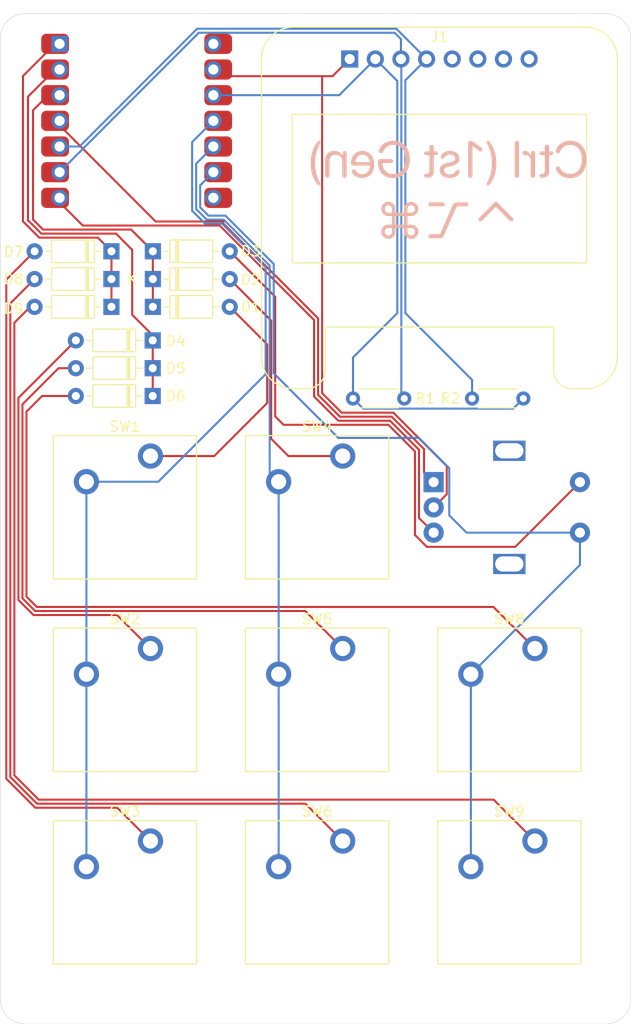
<source format=kicad_pcb>
(kicad_pcb (version 20240108) (generator "pcbnew") (generator_version "8.0")
  (layers (0 "F.Cu" signal) (31 "B.Cu" signal) (34 "B.Paste" user) (35 "F.Paste" user) (36 "B.SilkS" user "B.Silkscreen") (37 "F.SilkS" user "F.Silkscreen") (38 "B.Mask" user) (39 "F.Mask" user) (44 "Edge.Cuts" user))
  (net 0 "")
  (net 1 "GND")
  (net 2 "R1_G")
  (net 3 "ROW0")
  (net 4 "Net-(D1-A)")
  (net 5 "Net-(D2-A)")
  (net 6 "ROW1")
  (net 7 "Net-(D9-A)")
  (net 8 "Net-(D4-A)")
  (net 9 "Net-(D5-A)")
  (net 10 "Net-(D6-A)")
  (net 11 "Net-(D7-A)")
  (net 12 "Net-(D8-A)")
  (net 13 "R1_A")
  (net 14 "+3.3V")
  (net 15 "SCL")
  (net 16 "SDA")
  (net 17 "COL0")
  (net 18 "COL1")
  (net 19 "COL2")
  (net 20 "R1_B")
  (net 21 "+5V")
  (net 22 "ROW2")
  (footprint "ScottoKeebs_MX:MX_PCB_1.00u" (layer "F.Cu") (at 125.4 118.425)
    (property "Reference" "SW5")
    (property "Value" "MX")
  )
  (footprint "ScottoKeebs_MX:MX_PCB_1.00u" (layer "F.Cu") (at 106.35 118.425)
    (property "Reference" "SW2")
    (property "Value" "MX")
  )
  (footprint "Diode_THT:D_DO-35_SOD27_P7.62mm_Horizontal" (layer "F.Cu") (at 109.11 82.85 180)
    (property "Reference" "D4")
    (property "Value" "1N4148")
  )
  (footprint "ScottoKeebs_MCU:Seeed_XIAO_RP2040" (layer "F.Cu") (at 107.5 61.12)
    (property "Reference" "U1" (hide yes))
    (property "Value" "MCU_Seeed_XIAO_RP2040")
  )
  (footprint "ScottoKeebs_MX:MX_PCB_1.00u" (layer "F.Cu") (at 125.4 99.375)
    (property "Reference" "SW4")
    (property "Value" "MX")
  )
  (footprint "ScottoKeebs_Scotto:Encoder_EC11_MX" (layer "F.Cu") (at 144.45 99.375)
    (property "Reference" "SW7" (hide yes))
    (property "Value" "RotaryEncoder_Switch" (hide yes))
  )
  (footprint "Diode_THT:D_DO-35_SOD27_P7.62mm_Horizontal" (layer "F.Cu") (at 105.022222 74.03 180)
    (property "Reference" "D7")
    (property "Value" "1N4148")
  )
  (footprint "Diode_THT:D_DO-35_SOD27_P7.62mm_Horizontal" (layer "F.Cu") (at 105.022222 79.53 180)
    (property "Reference" "D9")
    (property "Value" "1N4148")
  )
  (footprint "Resistor_THT:R_Axial_DIN0204_L3.6mm_D1.6mm_P5.08mm_Horizontal" (layer "F.Cu") (at 134.04 88.6 180)
    (property "Reference" "R1")
    (property "Value" "4.7k")
  )
  (footprint "ScottoKeebs_MX:MX_PCB_1.00u" (layer "F.Cu") (at 125.4 137.475)
    (property "Reference" "SW6")
    (property "Value" "MX")
  )
  (footprint "ScottoKeebs_MX:MX_PCB_1.00u" (layer "F.Cu") (at 106.35 99.375)
    (property "Reference" "SW1")
    (property "Value" "MX")
  )
  (footprint "Diode_THT:D_DO-35_SOD27_P7.62mm_Horizontal" (layer "F.Cu") (at 109.122222 74.03)
    (property "Reference" "D3")
    (property "Value" "1N4148")
  )
  (footprint "MountingHole:MountingHole_3.2mm_M3" (layer "F.Cu") (at 116 84.75)
    (property "Reference" "REF**" (hide yes))
    (property "Value" "MountingHole_3.2mm_M3")
  )
  (footprint "ScottoKeebs_MX:MX_PCB_1.00u" (layer "F.Cu") (at 144.45 137.475)
    (property "Reference" "SW9")
    (property "Value" "MX")
  )
  (footprint "ScottoKeebs_MX:MX_PCB_1.00u" (layer "F.Cu") (at 144.45 118.425)
    (property "Reference" "SW8")
    (property "Value" "MX")
  )
  (footprint "Resistor_THT:R_Axial_DIN0204_L3.6mm_D1.6mm_P5.08mm_Horizontal" (layer "F.Cu") (at 140.76 88.6)
    (property "Reference" "R2")
    (property "Value" "4.7k")
  )
  (footprint "Diode_THT:D_DO-35_SOD27_P7.62mm_Horizontal" (layer "F.Cu") (at 105.022222 76.78 180)
    (property "Reference" "D8")
    (property "Value" "1N4148")
  )
  (footprint "Diode_THT:D_DO-35_SOD27_P7.62mm_Horizontal" (layer "F.Cu") (at 109.122222 79.53)
    (property "Reference" "D1")
    (property "Value" "1N4148")
  )
  (footprint "Diode_THT:D_DO-35_SOD27_P7.62mm_Horizontal" (layer "F.Cu") (at 109.122222 76.78)
    (property "Reference" "D2")
    (property "Value" "1N4148")
  )
  (footprint "ScottoKeebs_MX:MX_PCB_1.00u" (layer "F.Cu") (at 106.35 137.475)
    (property "Reference" "SW3")
    (property "Value" "MX")
  )
  (footprint "Display:Adafruit_SSD1306" (layer "F.Cu") (at 128.632 55)
    (property "Reference" "J1")
    (property "Value" "0.96\" OLED Display")
  )
  (footprint "Diode_THT:D_DO-35_SOD27_P7.62mm_Horizontal" (layer "F.Cu") (at 109.11 85.6 180)
    (property "Reference" "D5")
    (property "Value" "1N4148")
  )
  (footprint "Diode_THT:D_DO-35_SOD27_P7.62mm_Horizontal" (layer "F.Cu") (at 109.11 88.35 180)
    (property "Reference" "D6")
    (property "Value" "1N4148")
  )
  (gr_poly (pts (xy 136.625707 69.187034) (xy 136.61482 69.187763) (xy 136.60413 69.188967) (xy 136.593647 69.190635) (xy 136.583382 69.192757) (xy 136.573347 69.195324) (xy 136.563551 69.198325) (xy 136.554007 69.20175) (xy 136.544725 69.205589) (xy 136.535715 69.209832) (xy 136.526989 69.21447) (xy 136.518557 69.219492) (xy 136.510431 69.224888) (xy 136.50262 69.230648) (xy 136.495137 69.236763) (xy 136.487992 69.243222) (xy 136.481196 69.250015) (xy 136.474759 69.257132) (xy 136.468693 69.264564) (xy 136.463008 69.2723) (xy 136.457716 69.28033) (xy 136.452827 69.288645) (xy 136.448352 69.297233) (xy 136.444301 69.306086) (xy 136.440687 69.315194) (xy 136.437519 69.324545) (xy 136.434809 69.334131) (xy 136.432567 69.343941) (xy 136.430804 69.353966) (xy 136.429532 69.364195) (xy 136.428761 69.374618) (xy 136.428501 69.385225) (xy 136.428761 69.395841) (xy 136.429532 69.406286) (xy 136.430804 69.41655) (xy 136.432567 69.426621) (xy 136.434809 69.436488) (xy 136.437519 69.446141) (xy 136.440687 69.455568) (xy 136.444301 69.46476) (xy 136.448352 69.473704) (xy 136.452827 69.48239) (xy 136.457716 69.490807) (xy 136.463008 69.498944) (xy 136.468693 69.506791) (xy 136.474759 69.514336) (xy 136.481196 69.521569) (xy 136.487992 69.528478) (xy 136.495137 69.535052) (xy 136.50262 69.541282) (xy 136.510431 69.547156) (xy 136.518557 69.552662) (xy 136.526989 69.557791) (xy 136.535715 69.56253) (xy 136.544725 69.566871) (xy 136.554007 69.5708) (xy 136.563551 69.574308) (xy 136.573347 69.577384) (xy 136.583382 69.580016) (xy 136.593647 69.582194) (xy 136.60413 69.583907) (xy 136.61482 69.585145) (xy 136.625707 69.585895) (xy 136.63678 69.586147) (xy 137.839866 69.586147) (xy 137.85094 69.585895) (xy 137.861827 69.585145) (xy 137.872519 69.583907) (xy 137.883004 69.582194) (xy 137.89327 69.580016) (xy 137.903308 69.577384) (xy 137.913105 69.574308) (xy 137.922653 69.5708) (xy 137.931938 69.566871) (xy 137.940951 69.56253) (xy 137.94968 69.557791) (xy 137.958116 69.552662) (xy 137.966246 69.547156) (xy 137.97406 69.541282) (xy 137.981546 69.535052) (xy 137.988695 69.528478) (xy 137.995495 69.521569) (xy 138.001936 69.514336) (xy 138.008006 69.506791) (xy 138.013694 69.498944) (xy 138.01899 69.490807) (xy 138.023882 69.48239) (xy 138.028361 69.473704) (xy 138.032414 69.46476) (xy 138.036031 69.455568) (xy 138.039201 69.446141) (xy 138.041914 69.436488) (xy 138.044157 69.426621) (xy 138.045921 69.41655) (xy 138.047195 69.406286) (xy 138.047967 69.395841) (xy 138.048227 69.385225) (xy 138.047967 69.374618) (xy 138.047195 69.364195) (xy 138.045921 69.353966) (xy 138.044157 69.343941) (xy 138.041914 69.334131) (xy 138.039201 69.324545) (xy 138.036031 69.315194) (xy 138.032414 69.306086) (xy 138.028361 69.297233) (xy 138.023882 69.288645) (xy 138.01899 69.28033) (xy 138.013694 69.2723) (xy 138.008006 69.264564) (xy 138.001936 69.257132) (xy 137.995495 69.250015) (xy 137.988695 69.243222) (xy 137.981546 69.236763) (xy 137.97406 69.230648) (xy 137.966246 69.224888) (xy 137.958116 69.219492) (xy 137.94968 69.21447) (xy 137.940951 69.209832) (xy 137.931938 69.205589) (xy 137.922653 69.20175) (xy 137.913105 69.198325) (xy 137.903308 69.195324) (xy 137.89327 69.192757) (xy 137.883004 69.190635) (xy 137.872519 69.188967) (xy 137.861827 69.187763) (xy 137.85094 69.187034) (xy 137.839866 69.186788) (xy 136.63678 69.186788)) (stroke (width -0.000001)) (fill solid) (layer "B.SilkS"))
  (gr_poly (pts (xy 138.457943 64.102101) (xy 138.380516 64.110189) (xy 138.304964 64.12337) (xy 138.231673 64.141403) (xy 138.161027 64.164043) (xy 138.093411 64.191046) (xy 138.029212 64.22217) (xy 137.968812 64.257171) (xy 137.912599 64.295806) (xy 137.860957 64.337831) (xy 137.81427 64.383002) (xy 137.772925 64.431077) (xy 137.737305 64.481811) (xy 137.721763 64.5081) (xy 137.707797 64.534962) (xy 137.695455 64.562367) (xy 137.684785 64.590285) (xy 137.675836 64.618686) (xy 137.668655 64.647539) (xy 137.666925 64.656615) (xy 137.665425 64.665285) (xy 137.664157 64.673607) (xy 137.663119 64.681638) (xy 137.662311 64.689437) (xy 137.661735 64.697063) (xy 137.661389 64.704572) (xy 137.661273 64.712023) (xy 137.661461 64.721455) (xy 137.662023 64.730677) (xy 137.662953 64.739684) (xy 137.664246 64.74847) (xy 137.6659 64.757029) (xy 137.667908 64.765355) (xy 137.670268 64.773442) (xy 137.672973 64.781284) (xy 137.676019 64.788875) (xy 137.679403 64.79621) (xy 137.683119 64.803282) (xy 137.687163 64.810085) (xy 137.69153 64.816615) (xy 137.696216 64.822864) (xy 137.701217 64.828827) (xy 137.706527 64.834497) (xy 137.712143 64.83987) (xy 137.71806 64.844939) (xy 137.724273 64.849699) (xy 137.730777 64.854142) (xy 137.737569 64.858264) (xy 137.744644 64.862059) (xy 137.751997 64.86552) (xy 137.759623 64.868642) (xy 137.767519 64.871418) (xy 137.775679 64.873844) (xy 137.7841 64.875913) (xy 137.792776 64.877618) (xy 137.801703 64.878955) (xy 137.810877 64.879918) (xy 137.820292 64.880499) (xy 137.829946 64.880695) (xy 137.845464 64.880366) (xy 137.86042 64.879348) (xy 137.874832 64.877588) (xy 137.888718 64.875037) (xy 137.902096 64.871642) (xy 137.914985 64.867354) (xy 137.927401 64.862121) (xy 137.939365 64.855892) (xy 137.950893 64.848617) (xy 137.962003 64.840244) (xy 137.972715 64.830724) (xy 137.983046 64.820004) (xy 137.993014 64.808034) (xy 138.002637 64.794764) (xy 138.011934 64.780142) (xy 138.020922 64.764117) (xy 138.031546 64.744241) (xy 138.042498 64.725072) (xy 138.053785 64.706606) (xy 138.065415 64.688836) (xy 138.077396 64.671759) (xy 138.089735 64.655369) (xy 138.102441 64.639661) (xy 138.11552 64.62463) (xy 138.128981 64.610271) (xy 138.142831 64.59658) (xy 138.157079 64.58355) (xy 138.171731 64.571178) (xy 138.186795 64.559458) (xy 138.20228 64.548385) (xy 138.218192 64.537955) (xy 138.23454 64.528161) (xy 138.251331 64.519) (xy 138.268573 64.510466) (xy 138.286274 64.502555) (xy 138.304441 64.49526) (xy 138.323082 64.488578) (xy 138.342205 64.482503) (xy 138.361817 64.47703) (xy 138.381927 64.472155) (xy 138.402541 64.467872) (xy 138.423668 64.464176) (xy 138.445315 64.461062) (xy 138.46749 64.458526) (xy 138.513455 64.455165) (xy 138.561624 64.454054) (xy 138.618636 64.455863) (xy 138.67326 64.4612) (xy 138.725318 64.469931) (xy 138.774633 64.481921) (xy 138.821025 64.497036) (xy 138.864316 64.515141) (xy 138.90433 64.536103) (xy 138.940888 64.559786) (xy 138.957815 64.572605) (xy 138.973811 64.586055) (xy 138.988854 64.600118) (xy 139.002922 64.614778) (xy 139.015992 64.630016) (xy 139.028043 64.645818) (xy 139.039051 64.662165) (xy 139.048995 64.679042) (xy 139.057853 64.696431) (xy 139.065602 64.714315) (xy 139.072219 64.732678) (xy 139.077684 64.751503) (xy 139.081973 64.770773) (xy 139.085064 64.790471) (xy 139.086935 64.810581) (xy 139.087563 64.831085) (xy 139.087156 64.847669) (xy 139.085934 64.863932) (xy 139.083896 64.879876) (xy 139.081042 64.8955) (xy 139.07737 64.910805) (xy 139.07288 64.92579) (xy 139.06757 64.940455) (xy 139.06144 64.9548) (xy 139.054489 64.968826) (xy 139.046715 64.982531) (xy 139.038119 64.995918) (xy 139.028698 65.008984) (xy 139.018453 65.021731) (xy 139.007382 65.034158) (xy 138.995484 65.046265) (xy 138.982758 65.058052) (xy 138.969204 65.06952) (xy 138.954821 65.080668) (xy 138.939607 65.091496) (xy 138.923562 65.102004) (xy 138.906684 65.112193) (xy 138.888974 65.122062) (xy 138.870429 65.131611) (xy 138.851049 65.140841) (xy 138.830834 65.14975) (xy 138.809782 65.15834) (xy 138.765163 65.17456) (xy 138.717186 65.189501) (xy 138.665844 65.203164) (xy 138.281352 65.297413) (xy 138.184379 65.322765) (xy 138.095163 65.34965) (xy 138.013497 65.378264) (xy 137.939174 65.408804) (xy 137.871987 65.441466) (xy 137.811729 65.476446) (xy 137.784134 65.494867) (xy 137.758193 65.513941) (xy 137.73388 65.533692) (xy 137.711171 65.554146) (xy 137.690038 65.575326) (xy 137.670456 65.597258) (xy 137.6524 65.619965) (xy 137.635842 65.643473) (xy 137.620758 65.667805) (xy 137.607122 65.692987) (xy 137.594907 65.719042) (xy 137.584088 65.745996) (xy 137.574638 65.773873) (xy 137.566533 65.802697) (xy 137.55425 65.863287) (xy 137.547032 65.92796) (xy 137.544672 65.996913) (xy 137.545879 66.039718) (xy 137.549474 66.081607) (xy 137.555417 66.122551) (xy 137.563669 66.162521) (xy 137.57419 66.201489) (xy 137.58694 66.239424) (xy 137.601881 66.276299) (xy 137.618973 66.312084) (xy 137.638176 66.34675) (xy 137.65945 66.380267) (xy 137.682757 66.412608) (xy 137.708056 66.443742) (xy 137.735308 66.473641) (xy 137.764474 66.502275) (xy 137.795513 66.529616) (xy 137.828388 66.555634) (xy 137.863057 66.580301) (xy 137.899482 66.603587) (xy 137.937623 66.625463) (xy 137.97744 66.6459) (xy 138.018894 66.66487) (xy 138.061946 66.682342) (xy 138.106555 66.698288) (xy 138.152683 66.712679) (xy 138.20029 66.725486) (xy 138.249336 66.73668) (xy 138.299782 66.746231) (xy 138.351588 66.754111) (xy 138.404715 66.760291) (xy 138.459123 66.764741) (xy 138.514773 66.767432) (xy 138.571626 66.768335) (xy 138.656467 66.765945) (xy 138.738783 66.758859) (xy 138.818374 66.74721) (xy 138.89504 66.731129) (xy 138.968581 66.710745) (xy 139.038797 66.68619) (xy 139.105489 66.657595) (xy 139.168456 66.625089) (xy 139.227498 66.588805) (xy 139.282416 66.548873) (xy 139.333011 66.505423) (xy 139.379081 66.458587) (xy 139.420427 66.408495) (xy 139.456849 66.355278) (xy 139.488148 66.299066) (xy 139.514123 66.239991) (xy 139.516805 66.233073) (xy 139.519261 66.226263) (xy 139.521496 66.219554) (xy 139.52352 66.212941) (xy 139.525339 66.206414) (xy 139.52696 66.199967) (xy 139.528392 66.193592) (xy 139.529642 66.187283) (xy 139.530716 66.181033) (xy 139.531623 66.174833) (xy 139.532371 66.168676) (xy 139.532965 66.162557) (xy 139.533727 66.150397) (xy 139.533967 66.138296) (xy 139.533722 66.127745) (xy 139.532993 66.117487) (xy 139.531792 66.107526) (xy 139.530127 66.097863) (xy 139.528011 66.088501) (xy 139.525452 66.079445) (xy 139.522463 66.070695) (xy 139.519052 66.062254) (xy 139.515231 66.054127) (xy 139.511011 66.046314) (xy 139.5064 66.03882) (xy 139.50141 66.031646) (xy 139.496052 66.024795) (xy 139.490335 66.018271) (xy 139.484271 66.012075) (xy 139.477869 66.006211) (xy 139.47114 66.000682) (xy 139.464095 65.995489) (xy 139.456744 65.990636) (xy 139.449097 65.986125) (xy 139.441164 65.98196) (xy 139.432957 65.978142) (xy 139.424486 65.974676) (xy 139.415761 65.971562) (xy 139.406792 65.968805) (xy 139.39759 65.966406) (xy 139.388166 65.964369) (xy 139.378529 65.962696) (xy 139.368691 65.961391) (xy 139.358661 65.960455) (xy 139.348451 65.959891) (xy 139.33807 65.959702) (xy 139.323823 65.96017) (xy 139.309922 65.961582) (xy 139.296363 65.963954) (xy 139.283143 65.967299) (xy 139.270257 65.971632) (xy 139.257703 65.976969) (xy 139.245476 65.983323) (xy 139.233573 65.990708) (xy 139.22199 65.99914) (xy 139.210723 66.008634) (xy 139.199769 66.019202) (xy 139.189123 66.030861) (xy 139.178783 66.043624) (xy 139.168743 66.057507) (xy 139.159002 66.072523) (xy 139.149555 66.088687) (xy 139.125042 66.129562) (xy 139.099725 66.167564) (xy 139.073384 66.202724) (xy 139.059759 66.219248) (xy 139.045795 66.235075) (xy 139.031464 66.250207) (xy 139.016738 66.26465) (xy 139.00159 66.278407) (xy 138.985992 66.291481) (xy 138.969916 66.303879) (xy 138.953334 66.315602) (xy 138.936219 66.326657) (xy 138.918544 66.337045) (xy 138.90028 66.346773) (xy 138.881399 66.355843) (xy 138.861875 66.36426) (xy 138.841678 66.372028) (xy 138.820783 66.379151) (xy 138.799161 66.385634) (xy 138.776784 66.391479) (xy 138.753624 66.396692) (xy 138.729655 66.401276) (xy 138.704847 66.405236) (xy 138.679174 66.408575) (xy 138.652608 66.411298) (xy 138.625122 66.413409) (xy 138.596687 66.414912) (xy 138.53686 66.416109) (xy 138.476284 66.414434) (xy 138.418378 66.409457) (xy 138.363313 66.401246) (xy 138.311258 66.38987) (xy 138.262386 66.375398) (xy 138.216867 66.3579) (xy 138.174872 66.337444) (xy 138.136571 66.314099) (xy 138.11886 66.301365) (xy 138.102137 66.287935) (xy 138.086423 66.273817) (xy 138.071739 66.259019) (xy 138.058108 66.243552) (xy 138.045549 66.227423) (xy 138.034085 66.210641) (xy 138.023738 66.193214) (xy 138.014527 66.175151) (xy 138.006476 66.156461) (xy 137.999604 66.137152) (xy 137.993934 66.117234) (xy 137.989487 66.096714) (xy 137.986284 66.075601) (xy 137.984346 66.053904) (xy 137.983696 66.031632) (xy 137.984011 66.014444) (xy 137.984965 65.997754) (xy 137.986572 65.981551) (xy 137.988846 65.965824) (xy 137.991802 65.950561) (xy 137.995454 65.935753) (xy 137.999814 65.921388) (xy 138.004899 65.907456) (xy 138.010721 65.893945) (xy 138.017294 65.880844) (xy 138.024634 65.868144) (xy 138.032753 65.855832) (xy 138.041666 65.843898) (xy 138.051387 65.83233) (xy 138.061931 65.821119) (xy 138.07331 65.810253) (xy 138.085539 65.799722) (xy 138.098633 65.789513) (xy 138.112605 65.779617) (xy 138.12747 65.770023) (xy 138.14324 65.760719) (xy 138.159932 65.751695) (xy 138.177558 65.74294) (xy 138.196133 65.734443) (xy 138.21567 65.726193) (xy 138.236184 65.718179) (xy 138.280199 65.702816) (xy 138.32829 65.688267) (xy 138.38057 65.674445) (xy 138.774984 65.575226) (xy 138.865444 65.550661) (xy 138.949884 65.523458) (xy 139.028328 65.493595) (xy 139.100802 65.461051) (xy 139.167332 65.425803) (xy 139.227944 65.387829) (xy 139.282662 65.347109) (xy 139.307819 65.325712) (xy 139.331512 65.30362) (xy 139.353744 65.28083) (xy 139.374519 65.25734) (xy 139.39384 65.233146) (xy 139.41171 65.208247) (xy 139.428132 65.18264) (xy 139.443109 65.156321) (xy 139.456645 65.129288) (xy 139.468742 65.101538) (xy 139.479404 65.073069) (xy 139.488635 65.043878) (xy 139.496436 65.013962) (xy 139.502812 64.983318) (xy 139.507765 64.951945) (xy 139.5113 64.919838) (xy 139.514123 64.853413) (xy 139.512974 64.811749) (xy 139.509552 64.770957) (xy 139.503895 64.731067) (xy 139.496041 64.692109) (xy 139.486026 64.654112) (xy 139.47389 64.617106) (xy 139.459668 64.581119) (xy 139.4434 64.546183) (xy 139.425123 64.512325) (xy 139.404874 64.479576) (xy 139.382692 64.447966) (xy 139.358613 64.417523) (xy 139.332676 64.388277) (xy 139.304918 64.360258) (xy 139.275377 64.333496) (xy 139.24409 64.308019) (xy 139.211095 64.283858) (xy 139.176431 64.261041) (xy 139.140134 64.239599) (xy 139.102242 64.219561) (xy 139.062793 64.200956) (xy 139.021825 64.183814) (xy 138.979375 64.168164) (xy 138.93548 64.154037) (xy 138.89018 64.141461) (xy 138.84351 64.130466) (xy 138.79551 64.121082) (xy 138.746216 64.113337) (xy 138.695666 64.107263) (xy 138.643899 64.102887) (xy 138.59095 64.10024) (xy 138.53686 64.099351)) (stroke (width -0.000001)) (fill solid) (layer "B.SilkS"))
  (gr_poly (pts (xy 142.303334 63.100242) (xy 142.289987 63.101786) (xy 142.283489 63.102936) (xy 142.277118 63.104333) (xy 142.270884 63.105976) (xy 142.264794 63.107861) (xy 142.258857 63.109986) (xy 142.25308 63.112349) (xy 142.247472 63.114945) (xy 142.242041 63.117773) (xy 142.236795 63.120831) (xy 142.231743 63.124114) (xy 142.226892 63.127621) (xy 142.222251 63.131348) (xy 142.217827 63.135294) (xy 142.21363 63.139454) (xy 142.209667 63.143828) (xy 142.205946 63.148411) (xy 142.202476 63.153201) (xy 142.199265 63.158196) (xy 142.196321 63.163392) (xy 142.193652 63.168788) (xy 142.191266 63.174379) (xy 142.189172 63.180164) (xy 142.187377 63.18614) (xy 142.185891 63.192304) (xy 142.184721 63.198653) (xy 142.183874 63.205184) (xy 142.183361 63.211896) (xy 142.183188 63.218785) (xy 142.183363 63.22533) (xy 142.183893 63.231962) (xy 142.184786 63.238711) (xy 142.186049 63.245605) (xy 142.187689 63.252673) (xy 142.189713 63.259945) (xy 142.19213 63.267449) (xy 142.194945 63.275215) (xy 142.198167 63.283272) (xy 142.201803 63.291648) (xy 142.20586 63.300374) (xy 142.210345 63.309477) (xy 142.215266 63.318987) (xy 142.220631 63.328933) (xy 142.226445 63.339344) (xy 142.232718 63.350249) (xy 142.288138 63.450904) (xy 142.340824 63.555523) (xy 142.390661 63.663884) (xy 142.437531 63.775766) (xy 142.48132 63.890948) (xy 142.52191 64.009207) (xy 142.559186 64.130321) (xy 142.593031 64.254071) (xy 142.623329 64.380233) (xy 142.649964 64.508586) (xy 142.672821 64.638908) (xy 142.691782 64.770978) (xy 142.706731 64.904575) (xy 142.717553 65.039475) (xy 142.724132 65.175459) (xy 142.726351 65.312304) (xy 142.724132 65.448738) (xy 142.717553 65.584417) (xy 142.706731 65.719107) (xy 142.691782 65.852577) (xy 142.672821 65.984594) (xy 142.649964 66.114925) (xy 142.623329 66.243337) (xy 142.593031 66.369599) (xy 142.559186 66.493477) (xy 142.52191 66.614739) (xy 142.48132 66.733153) (xy 142.437531 66.848485) (xy 142.390661 66.960503) (xy 142.340824 67.068976) (xy 142.288138 67.173669) (xy 142.232718 67.274351) (xy 142.220631 67.295682) (xy 142.215266 67.305662) (xy 142.210345 67.315239) (xy 142.20586 67.324453) (xy 142.201803 67.333343) (xy 142.198167 67.34195) (xy 142.194945 67.350314) (xy 142.19213 67.358474) (xy 142.189713 67.36647) (xy 142.187689 67.374344) (xy 142.186049 67.382133) (xy 142.184786 67.389879) (xy 142.183893 67.397622) (xy 142.183363 67.405401) (xy 142.183188 67.413257) (xy 142.183332 67.418815) (xy 142.183764 67.424321) (xy 142.18448 67.429767) (xy 142.185476 67.435145) (xy 142.18675 67.440447) (xy 142.188299 67.445665) (xy 142.190119 67.450789) (xy 142.192207 67.455813) (xy 142.19456 67.460728) (xy 142.197175 67.465526) (xy 142.200049 67.470198) (xy 142.203179 67.474737) (xy 142.206561 67.479134) (xy 142.210193 67.483382) (xy 142.214071 67.487471) (xy 142.218192 67.491394) (xy 142.222553 67.495143) (xy 142.227151 67.498709) (xy 142.231983 67.502084) (xy 142.237045 67.50526) (xy 142.242335 67.508229) (xy 142.247849 67.510983) (xy 142.253584 67.513514) (xy 142.259537 67.515812) (xy 142.265705 67.517871) (xy 142.272085 67.519682) (xy 142.278673 67.521237) (xy 142.285467 67.522528) (xy 142.292463 67.523545) (xy 142.299658 67.524283) (xy 142.307049 67.524731) (xy 142.314633 67.524882) (xy 142.329238 67.524493) (xy 142.343341 67.523283) (xy 142.357022 67.521187) (xy 142.370361 67.518138) (xy 142.383438 67.514072) (xy 142.389903 67.511637) (xy 142.396333 67.508923) (xy 142.402737 67.505922) (xy 142.409127 67.502625) (xy 142.421899 67.495115) (xy 142.434729 67.486325) (xy 142.447699 67.476191) (xy 142.460887 67.464647) (xy 142.474374 67.451627) (xy 142.48824 67.437068) (xy 142.502566 67.420902) (xy 142.51743 67.403065) (xy 142.532915 67.383491) (xy 142.610326 67.268476) (xy 142.682583 67.153791) (xy 142.749709 67.038954) (xy 142.811725 66.923481) (xy 142.868654 66.806889) (xy 142.920517 66.688694) (xy 142.967336 66.568414) (xy 143.009134 66.445565) (xy 143.045932 66.319664) (xy 143.077753 66.190227) (xy 143.104617 66.056772) (xy 143.126548 65.918815) (xy 143.143567 65.775873) (xy 143.155696 65.627463) (xy 143.162958 65.473101) (xy 143.165373 65.312304) (xy 143.162492 65.149569) (xy 143.153948 64.991528) (xy 143.13989 64.838109) (xy 143.120466 64.689239) (xy 143.095825 64.544846) (xy 143.066116 64.404857) (xy 143.031488 64.269198) (xy 142.992088 64.137799) (xy 142.948067 64.010585) (xy 142.899572 63.887484) (xy 142.846753 63.768424) (xy 142.789758 63.653332) (xy 142.728736 63.542135) (xy 142.663835 63.43476) (xy 142.595204 63.331135) (xy 142.522993 63.231187) (xy 142.507593 63.211725) (xy 142.492971 63.194203) (xy 142.479032 63.178527) (xy 142.465684 63.164602) (xy 142.452829 63.152334) (xy 142.440376 63.141629) (xy 142.428228 63.132391) (xy 142.416292 63.124527) (xy 142.404474 63.117942) (xy 142.392678 63.112541) (xy 142.38081 63.108231) (xy 142.368777 63.104916) (xy 142.356483 63.102502) (xy 142.343834 63.100895) (xy 142.330736 63.1) (xy 142.317094 63.099722)) (stroke (width -0.000001)) (fill solid) (layer "B.SilkS"))
  (gr_poly (pts (xy 132.428152 69.128179) (xy 132.392113 69.130918) (xy 132.356599 69.13543) (xy 132.321654 69.141669) (xy 132.287324 69.149593) (xy 132.253653 69.159157) (xy 132.220685 69.170317) (xy 132.188464 69.183028) (xy 132.157036 69.197248) (xy 132.126445 69.212932) (xy 132.096735 69.230035) (xy 132.067951 69.248514) (xy 132.040137 69.268325) (xy 132.013338 69.289423) (xy 131.987598 69.311765) (xy 131.962963 69.335307) (xy 131.939475 69.360003) (xy 131.91718 69.385812) (xy 131.896123 69.412688) (xy 131.876347 69.440587) (xy 131.857898 69.469465) (xy 131.840819 69.499278) (xy 131.825156 69.529983) (xy 131.810952 69.561534) (xy 131.798253 69.593889) (xy 131.787103 69.627003) (xy 131.777546 69.660831) (xy 131.769627 69.695331) (xy 131.76339 69.730457) (xy 131.75888 69.766166) (xy 131.756142 69.802413) (xy 131.755219 69.839156) (xy 131.756142 69.875869) (xy 131.75888 69.912034) (xy 131.76339 69.947609) (xy 131.769627 69.982554) (xy 131.777546 70.016829) (xy 131.787103 70.050393) (xy 131.798253 70.083205) (xy 131.810952 70.115226) (xy 131.825156 70.146415) (xy 131.840819 70.176732) (xy 131.857898 70.206135) (xy 131.876347 70.234585) (xy 131.896123 70.262041) (xy 131.91718 70.288463) (xy 131.939475 70.313811) (xy 131.962963 70.338043) (xy 131.987598 70.36112) (xy 132.013338 70.383001) (xy 132.040137 70.403646) (xy 132.067951 70.423014) (xy 132.096735 70.441065) (xy 132.126445 70.457758) (xy 132.157036 70.473054) (xy 132.188464 70.486911) (xy 132.220685 70.499289) (xy 132.253653 70.510148) (xy 132.287324 70.519447) (xy 132.321654 70.527146) (xy 132.356599 70.533204) (xy 132.392113 70.537582) (xy 132.428152 70.540238) (xy 132.464673 70.541132) (xy 132.82678 70.541132) (xy 132.82678 71.391889) (xy 132.464673 71.391889) (xy 132.428152 71.392784) (xy 132.392113 71.39544) (xy 132.356599 71.399819) (xy 132.321654 71.405879) (xy 132.287324 71.413579) (xy 132.253653 71.422881) (xy 132.220685 71.433742) (xy 132.188464 71.446122) (xy 132.157036 71.459981) (xy 132.126445 71.475279) (xy 132.096735 71.491975) (xy 132.067951 71.510029) (xy 132.040137 71.529399) (xy 132.013338 71.550047) (xy 131.987598 71.57193) (xy 131.962963 71.59501) (xy 131.939475 71.619244) (xy 131.91718 71.644594) (xy 131.896123 71.671017) (xy 131.876347 71.698475) (xy 131.857898 71.726926) (xy 131.840819 71.75633) (xy 131.825156 71.786647) (xy 131.810952 71.817835) (xy 131.798253 71.849855) (xy 131.787103 71.882667) (xy 131.777546 71.916228) (xy 131.769627 71.950501) (xy 131.76339 71.985442) (xy 131.75888 72.021013) (xy 131.756142 72.057173) (xy 131.755219 72.093882) (xy 131.756142 72.130625) (xy 131.75888 72.166874) (xy 131.76339 72.202584) (xy 131.769627 72.237712) (xy 131.777546 72.272212) (xy 131.787103 72.306042) (xy 131.798253 72.339156) (xy 131.810952 72.371512) (xy 131.825156 72.403064) (xy 131.840819 72.433769) (xy 131.857898 72.463584) (xy 131.876347 72.492462) (xy 131.896123 72.520362) (xy 131.91718 72.547238) (xy 131.939475 72.573047) (xy 131.962963 72.597744) (xy 131.987598 72.621286) (xy 132.013338 72.643628) (xy 132.040137 72.664727) (xy 132.067951 72.684538) (xy 132.096735 72.703017) (xy 132.126445 72.720121) (xy 132.157036 72.735804) (xy 132.188464 72.750024) (xy 132.220685 72.762736) (xy 132.253653 72.773896) (xy 132.287324 72.783459) (xy 132.321654 72.791383) (xy 132.356599 72.797623) (xy 132.392113 72.802134) (xy 132.428152 72.804873) (xy 132.464673 72.805796) (xy 132.501193 72.804873) (xy 132.537232 72.802134) (xy 132.572746 72.797623) (xy 132.60769 72.791383) (xy 132.642021 72.783459) (xy 132.675692 72.773896) (xy 132.70866 72.762736) (xy 132.74088 72.750024) (xy 132.772308 72.735804) (xy 132.802899 72.720121) (xy 132.832609 72.703017) (xy 132.861393 72.684538) (xy 132.889207 72.664727) (xy 132.916006 72.643628) (xy 132.941746 72.621286) (xy 132.966382 72.597744) (xy 132.98987 72.573047) (xy 133.012164 72.547238) (xy 133.033222 72.520362) (xy 133.052998 72.492462) (xy 133.071447 72.463584) (xy 133.088526 72.433769) (xy 133.104189 72.403064) (xy 133.118393 72.371512) (xy 133.131092 72.339156) (xy 133.142242 72.306042) (xy 133.151799 72.272212) (xy 133.159718 72.237712) (xy 133.165955 72.202584) (xy 133.170465 72.166874) (xy 133.173203 72.130625) (xy 133.174126 72.093882) (xy 133.174126 72.091421) (xy 132.82678 72.091421) (xy 132.826304 72.110142) (xy 132.824893 72.128623) (xy 132.82257 72.14684) (xy 132.819359 72.164769) (xy 132.815284 72.182388) (xy 132.810367 72.199674) (xy 132.804633 72.216602) (xy 132.798106 72.233151) (xy 132.790808 72.249297) (xy 132.782763 72.265016) (xy 132.773996 72.280286) (xy 132.764529 72.295083) (xy 132.754386 72.309385) (xy 132.743591 72.323167) (xy 132.732168 72.336407) (xy 132.72014 72.349082) (xy 132.70753 72.361168) (xy 132.694363 72.372643) (xy 132.680661 72.383482) (xy 132.666449 72.393664) (xy 132.65175 72.403164) (xy 132.636587 72.41196) (xy 132.620985 72.420028) (xy 132.604967 72.427345) (xy 132.588556 72.433888) (xy 132.571777 72.439634) (xy 132.554652 72.444559) (xy 132.537205 72.448641) (xy 132.51946 72.451857) (xy 132.501441 72.454182) (xy 132.48317 72.455594) (xy 132.464673 72.45607) (xy 132.446168 72.455594) (xy 132.427876 72.454182) (xy 132.409822 72.451857) (xy 132.392031 72.448641) (xy 132.374526 72.444559) (xy 132.357333 72.439634) (xy 132.340476 72.433888) (xy 132.32398 72.427345) (xy 132.307869 72.420028) (xy 132.292167 72.41196) (xy 132.2769 72.403164) (xy 132.262091 72.393664) (xy 132.247765 72.383482) (xy 132.233947 72.372643) (xy 132.220662 72.361168) (xy 132.207933 72.349082) (xy 132.195786 72.336407) (xy 132.184245 72.323167) (xy 132.173334 72.309385) (xy 132.163078 72.295083) (xy 132.153501 72.280286) (xy 132.144629 72.265016) (xy 132.136485 72.249297) (xy 132.129094 72.233151) (xy 132.122481 72.216602) (xy 132.11667 72.199674) (xy 132.111685 72.182388) (xy 132.107552 72.164769) (xy 132.104295 72.14684) (xy 132.101938 72.128623) (xy 132.100506 72.110142) (xy 132.100023 72.091421) (xy 132.100506 72.072692) (xy 132.101938 72.054191) (xy 132.104295 72.035941) (xy 132.107552 72.017967) (xy 132.111685 72.000292) (xy 132.11667 71.982941) (xy 132.122481 71.965938) (xy 132.129094 71.949306) (xy 132.136485 71.933071) (xy 132.144629 71.917255) (xy 132.153501 71.901883) (xy 132.163078 71.88698) (xy 132.173334 71.872569) (xy 132.184245 71.858674) (xy 132.195786 71.84532) (xy 132.207933 71.83253) (xy 132.220662 71.820328) (xy 132.233947 71.808739) (xy 132.247765 71.797787) (xy 132.262091 71.787496) (xy 132.2769 71.77789) (xy 132.292167 71.768993) (xy 132.307869 71.760828) (xy 132.32398 71.753421) (xy 132.340476 71.746795) (xy 132.357333 71.740975) (xy 132.374526 71.735984) (xy 132.392031 71.731846) (xy 132.409822 71.728586) (xy 132.427876 71.726227) (xy 132.446168 71.724795) (xy 132.464673 71.724312) (xy 132.82678 71.724312) (xy 132.82678 72.091421) (xy 133.174126 72.091421) (xy 133.174126 71.731773) (xy 134.012485 71.731773) (xy 134.012485 72.093882) (xy 134.013408 72.130625) (xy 134.016146 72.166874) (xy 134.020656 72.202584) (xy 134.026893 72.237712) (xy 134.034812 72.272212) (xy 134.044369 72.306042) (xy 134.055519 72.339156) (xy 134.068218 72.371512) (xy 134.082422 72.403064) (xy 134.098085 72.433769) (xy 134.115164 72.463584) (xy 134.133613 72.492462) (xy 134.153389 72.520362) (xy 134.174446 72.547238) (xy 134.196741 72.573047) (xy 134.220229 72.597744) (xy 134.244865 72.621286) (xy 134.270605 72.643628) (xy 134.297404 72.664727) (xy 134.325217 72.684538) (xy 134.354002 72.703017) (xy 134.383711 72.720121) (xy 134.414303 72.735804) (xy 134.445731 72.750024) (xy 134.477951 72.762736) (xy 134.510919 72.773896) (xy 134.54459 72.783459) (xy 134.57892 72.791383) (xy 134.613865 72.797623) (xy 134.649379 72.802134) (xy 134.685418 72.804873) (xy 134.721939 72.805796) (xy 134.758451 72.804873) (xy 134.794484 72.802134) (xy 134.829992 72.797623) (xy 134.86493 72.791383) (xy 134.899255 72.783459) (xy 134.932921 72.773896) (xy 134.965884 72.762736) (xy 134.9981 72.750024) (xy 135.029524 72.735804) (xy 135.060112 72.720121) (xy 135.089818 72.703017) (xy 135.118599 72.684538) (xy 135.14641 72.664727) (xy 135.173207 72.643628) (xy 135.198944 72.621286) (xy 135.223578 72.597744) (xy 135.247064 72.573047) (xy 135.269357 72.547238) (xy 135.290413 72.520362) (xy 135.310188 72.492462) (xy 135.328636 72.463584) (xy 135.345714 72.433769) (xy 135.361377 72.403064) (xy 135.37558 72.371512) (xy 135.388278 72.339156) (xy 135.399428 72.306042) (xy 135.408985 72.272212) (xy 135.416904 72.237712) (xy 135.423141 72.202584) (xy 135.427651 72.166874) (xy 135.430389 72.130625) (xy 135.431312 72.093882) (xy 135.43125 72.091421) (xy 135.086508 72.091421) (xy 135.086026 72.110142) (xy 135.084594 72.128623) (xy 135.082238 72.14684) (xy 135.078982 72.164769) (xy 135.074851 72.182388) (xy 135.069869 72.199674) (xy 135.06406 72.216602) (xy 135.05745 72.233151) (xy 135.050062 72.249297) (xy 135.041921 72.265016) (xy 135.033052 72.280286) (xy 135.023478 72.295083) (xy 135.013226 72.309385) (xy 135.002319 72.323167) (xy 134.990781 72.336407) (xy 134.978637 72.349082) (xy 134.965912 72.361168) (xy 134.952631 72.372643) (xy 134.938817 72.383482) (xy 134.924495 72.393664) (xy 134.909689 72.403164) (xy 134.894425 72.41196) (xy 134.878727 72.420028) (xy 134.862618 72.427345) (xy 134.846125 72.433888) (xy 134.82927 72.439634) (xy 134.812079 72.444559) (xy 134.794577 72.448641) (xy 134.776787 72.451857) (xy 134.758734 72.454182) (xy 134.740443 72.455594) (xy 134.721939 72.45607) (xy 134.703434 72.455594) (xy 134.685142 72.454182) (xy 134.667088 72.451857) (xy 134.649297 72.448641) (xy 134.631792 72.444559) (xy 134.6146 72.439634) (xy 134.597743 72.433888) (xy 134.581246 72.427345) (xy 134.565135 72.420028) (xy 134.549433 72.41196) (xy 134.534166 72.403164) (xy 134.519357 72.393664) (xy 134.505032 72.383482) (xy 134.491214 72.372643) (xy 134.477928 72.361168) (xy 134.4652 72.349082) (xy 134.453052 72.336407) (xy 134.441511 72.323167) (xy 134.4306 72.309385) (xy 134.420344 72.295083) (xy 134.410767 72.280286) (xy 134.401895 72.265016) (xy 134.393751 72.249297) (xy 134.38636 72.233151) (xy 134.379747 72.216602) (xy 134.373936 72.199674) (xy 134.368951 72.182388) (xy 134.364818 72.164769) (xy 134.361561 72.14684) (xy 134.359204 72.128623) (xy 134.357771 72.110142) (xy 134.357289 72.091421) (xy 134.357289 71.724312) (xy 134.721939 71.724312) (xy 134.740443 71.724795) (xy 134.758734 71.726227) (xy 134.776787 71.728586) (xy 134.794577 71.731846) (xy 134.812079 71.735984) (xy 134.82927 71.740975) (xy 134.846125 71.746795) (xy 134.862618 71.753421) (xy 134.878727 71.760828) (xy 134.894425 71.768993) (xy 134.909689 71.77789) (xy 134.924495 71.787496) (xy 134.938817 71.797787) (xy 134.952631 71.808739) (xy 134.965912 71.820328) (xy 134.978637 71.83253) (xy 134.990781 71.84532) (xy 135.002319 71.858674) (xy 135.013226 71.872569) (xy 135.023478 71.88698) (xy 135.033052 71.901883) (xy 135.041921 71.917255) (xy 135.050062 71.933071) (xy 135.05745 71.949306) (xy 135.06406 71.965938) (xy 135.069869 71.982941) (xy 135.074851 72.000292) (xy 135.078982 72.017967) (xy 135.082238 72.035941) (xy 135.084594 72.054191) (xy 135.086026 72.072692) (xy 135.086508 72.091421) (xy 135.43125 72.091421) (xy 135.430389 72.057173) (xy 135.427651 72.021013) (xy 135.423141 71.985442) (xy 135.416904 71.950501) (xy 135.408985 71.916228) (xy 135.399428 71.882667) (xy 135.388278 71.849855) (xy 135.37558 71.817835) (xy 135.361377 71.786647) (xy 135.345714 71.75633) (xy 135.328636 71.726926) (xy 135.310188 71.698475) (xy 135.290413 71.671017) (xy 135.269357 71.644594) (xy 135.247064 71.619244) (xy 135.223578 71.59501) (xy 135.198944 71.57193) (xy 135.173207 71.550047) (xy 135.14641 71.529399) (xy 135.118599 71.510029) (xy 135.089818 71.491975) (xy 135.060112 71.475279) (xy 135.029524 71.459981) (xy 134.9981 71.446122) (xy 134.965884 71.433742) (xy 134.932921 71.422881) (xy 134.899255 71.413579) (xy 134.86493 71.405879) (xy 134.829992 71.399819) (xy 134.794484 71.39544) (xy 134.758451 71.392784) (xy 134.721939 71.391889) (xy 134.357289 71.391889) (xy 134.012485 71.391889) (xy 133.174126 71.391889) (xy 133.174126 70.541132) (xy 134.012485 70.541132) (xy 134.012485 71.391889) (xy 134.357289 71.391889) (xy 134.357289 70.541132) (xy 134.721939 70.541132) (xy 134.758451 70.540238) (xy 134.794484 70.537582) (xy 134.829992 70.533204) (xy 134.86493 70.527146) (xy 134.899255 70.519447) (xy 134.932921 70.510148) (xy 134.965884 70.499289) (xy 134.9981 70.486911) (xy 135.029524 70.473054) (xy 135.060112 70.457758) (xy 135.089818 70.441065) (xy 135.118599 70.423014) (xy 135.14641 70.403646) (xy 135.173207 70.383001) (xy 135.198944 70.36112) (xy 135.223578 70.338043) (xy 135.247064 70.313811) (xy 135.269357 70.288463) (xy 135.290413 70.262041) (xy 135.310188 70.234585) (xy 135.328636 70.206135) (xy 135.345714 70.176732) (xy 135.361377 70.146415) (xy 135.37558 70.115226) (xy 135.388278 70.083205) (xy 135.399428 70.050393) (xy 135.408985 70.016829) (xy 135.416904 69.982554) (xy 135.423141 69.947609) (xy 135.427651 69.912034) (xy 135.430389 69.875869) (xy 135.431312 69.839156) (xy 135.086508 69.839156) (xy 135.086026 69.857886) (xy 135.084594 69.876388) (xy 135.082238 69.894639) (xy 135.078982 69.912614) (xy 135.074851 69.93029) (xy 135.069869 69.947641) (xy 135.06406 69.964645) (xy 135.05745 69.981277) (xy 135.050062 69.997513) (xy 135.041921 70.013329) (xy 135.033052 70.0287) (xy 135.023478 70.043603) (xy 135.013226 70.058014) (xy 135.002319 70.071909) (xy 134.990781 70.085263) (xy 134.978637 70.098053) (xy 134.965912 70.110254) (xy 134.952631 70.121842) (xy 134.938817 70.132794) (xy 134.924495 70.143085) (xy 134.909689 70.15269) (xy 134.894425 70.161587) (xy 134.878727 70.169751) (xy 134.862618 70.177158) (xy 134.846125 70.183783) (xy 134.82927 70.189603) (xy 134.812079 70.194594) (xy 134.794577 70.198731) (xy 134.776787 70.201991) (xy 134.758734 70.204349) (xy 134.740443 70.205782) (xy 134.721939 70.206265) (xy 134.357289 70.206265) (xy 134.357289 69.839156) (xy 134.357771 69.820433) (xy 134.359204 69.801951) (xy 134.361561 69.783734) (xy 134.364818 69.765803) (xy 134.368951 69.748184) (xy 134.373936 69.730898) (xy 134.379747 69.71397) (xy 134.38636 69.697421) (xy 134.393751 69.681276) (xy 134.401895 69.665557) (xy 134.410767 69.650288) (xy 134.420344 69.635491) (xy 134.4306 69.62119) (xy 134.441511 69.607409) (xy 134.453052 69.59417) (xy 134.4652 69.581496) (xy 134.477928 69.569411) (xy 134.491214 69.557938) (xy 134.505032 69.547099) (xy 134.519357 69.536919) (xy 134.534166 69.52742) (xy 134.549433 69.518626) (xy 134.565135 69.510559) (xy 134.581246 69.503243) (xy 134.597743 69.496701) (xy 134.6146 69.490956) (xy 134.631792 69.486031) (xy 134.649297 69.48195) (xy 134.667088 69.478735) (xy 134.685142 69.47641) (xy 134.703434 69.474998) (xy 134.721939 69.474522) (xy 134.740443 69.474998) (xy 134.758734 69.47641) (xy 134.776787 69.478735) (xy 134.794577 69.48195) (xy 134.812079 69.486031) (xy 134.82927 69.490956) (xy 134.846125 69.496701) (xy 134.862618 69.503243) (xy 134.878727 69.510559) (xy 134.894425 69.518626) (xy 134.909689 69.52742) (xy 134.924495 69.536919) (xy 134.938817 69.547099) (xy 134.952631 69.557938) (xy 134.965912 69.569411) (xy 134.978637 69.581496) (xy 134.990781 69.59417) (xy 135.002319 69.607409) (xy 135.013226 69.62119) (xy 135.023478 69.635491) (xy 135.033052 69.650288) (xy 135.041921 69.665557) (xy 135.050062 69.681276) (xy 135.05745 69.697421) (xy 135.06406 69.71397) (xy 135.069869 69.730898) (xy 135.074851 69.748184) (xy 135.078982 69.765803) (xy 135.082238 69.783734) (xy 135.084594 69.801951) (xy 135.086026 69.820433) (xy 135.086508 69.839156) (xy 135.431312 69.839156) (xy 135.430389 69.802413) (xy 135.427651 69.766166) (xy 135.423141 69.730457) (xy 135.416904 69.695331) (xy 135.408985 69.660831) (xy 135.399428 69.627003) (xy 135.388278 69.593889) (xy 135.37558 69.561534) (xy 135.361377 69.529983) (xy 135.345714 69.499278) (xy 135.328636 69.469465) (xy 135.310188 69.440587) (xy 135.290413 69.412688) (xy 135.269357 69.385812) (xy 135.247064 69.360003) (xy 135.223578 69.335307) (xy 135.198944 69.311765) (xy 135.173207 69.289423) (xy 135.14641 69.268325) (xy 135.118599 69.248514) (xy 135.089818 69.230035) (xy 135.060112 69.212932) (xy 135.029524 69.197248) (xy 134.9981 69.183028) (xy 134.965884 69.170317) (xy 134.932921 69.159157) (xy 134.899255 69.149593) (xy 134.86493 69.141669) (xy 134.829992 69.13543) (xy 134.794484 69.130918) (xy 134.758451 69.128179) (xy 134.721939 69.127256) (xy 134.685418 69.128179) (xy 134.649379 69.130918) (xy 134.613865 69.13543) (xy 134.57892 69.141669) (xy 134.54459 69.149593) (xy 134.510919 69.159157) (xy 134.477951 69.170317) (xy 134.445731 69.183028) (xy 134.414303 69.197248) (xy 134.383711 69.212932) (xy 134.354002 69.230035) (xy 134.325217 69.248514) (xy 134.297404 69.268325) (xy 134.270605 69.289423) (xy 134.244865 69.311765) (xy 134.220229 69.335307) (xy 134.196741 69.360003) (xy 134.174446 69.385812) (xy 134.153389 69.412688) (xy 134.133613 69.440587) (xy 134.115164 69.469465) (xy 134.098085 69.499278) (xy 134.082422 69.529983) (xy 134.068218 69.561534) (xy 134.055519 69.593889) (xy 134.044369 69.627003) (xy 134.034812 69.660831) (xy 134.026893 69.695331) (xy 134.020656 69.730457) (xy 134.016146 69.766166) (xy 134.013408 69.802413) (xy 134.012485 69.839156) (xy 134.012485 70.201304) (xy 133.174126 70.201304) (xy 133.174126 69.839156) (xy 132.82678 69.839156) (xy 132.82678 70.206265) (xy 132.464673 70.206265) (xy 132.446168 70.205782) (xy 132.427876 70.204349) (xy 132.409822 70.201991) (xy 132.392031 70.198731) (xy 132.374526 70.194594) (xy 132.357333 70.189603) (xy 132.340476 70.183783) (xy 132.32398 70.177158) (xy 132.307869 70.169751) (xy 132.292167 70.161587) (xy 132.2769 70.15269) (xy 132.262091 70.143085) (xy 132.247765 70.132794) (xy 132.233947 70.121842) (xy 132.220662 70.110254) (xy 132.207933 70.098053) (xy 132.195786 70.085263) (xy 132.184245 70.071909) (xy 132.173334 70.058014) (xy 132.163078 70.043603) (xy 132.153501 70.0287) (xy 132.144629 70.013329) (xy 132.136485 69.997513) (xy 132.129094 69.981277) (xy 132.122481 69.964645) (xy 132.11667 69.947641) (xy 132.111685 69.93029) (xy 132.107552 69.912614) (xy 132.104295 69.894639) (xy 132.101938 69.876388) (xy 132.100506 69.857886) (xy 132.100023 69.839156) (xy 132.100506 69.820433) (xy 132.101938 69.801951) (xy 132.104295 69.783734) (xy 132.107552 69.765803) (xy 132.111685 69.748184) (xy 132.11667 69.730898) (xy 132.122481 69.71397) (xy 132.129094 69.697421) (xy 132.136485 69.681276) (xy 132.144629 69.665557) (xy 132.153501 69.650288) (xy 132.163078 69.635491) (xy 132.173334 69.62119) (xy 132.184245 69.607409) (xy 132.195786 69.59417) (xy 132.207933 69.581496) (xy 132.220662 69.569411) (xy 132.233947 69.557938) (xy 132.247765 69.547099) (xy 132.262091 69.536919) (xy 132.2769 69.52742) (xy 132.292167 69.518626) (xy 132.307869 69.510559) (xy 132.32398 69.503243) (xy 132.340476 69.496701) (xy 132.357333 69.490956) (xy 132.374526 69.486031) (xy 132.392031 69.48195) (xy 132.409822 69.478735) (xy 132.427876 69.47641) (xy 132.446168 69.474998) (xy 132.464673 69.474522) (xy 132.48317 69.474998) (xy 132.501441 69.47641) (xy 132.51946 69.478735) (xy 132.537205 69.48195) (xy 132.554652 69.486031) (xy 132.571777 69.490956) (xy 132.588556 69.496701) (xy 132.604967 69.503243) (xy 132.620985 69.510559) (xy 132.636587 69.518626) (xy 132.65175 69.52742) (xy 132.666449 69.536919) (xy 132.680661 69.547099) (xy 132.694363 69.557938) (xy 132.70753 69.569411) (xy 132.72014 69.581496) (xy 132.732168 69.59417) (xy 132.743591 69.607409) (xy 132.754386 69.62119) (xy 132.764529 69.635491) (xy 132.773996 69.650288) (xy 132.782763 69.665557) (xy 132.790808 69.681276) (xy 132.798106 69.697421) (xy 132.804633 69.71397) (xy 132.810367 69.730898) (xy 132.815284 69.748184) (xy 132.819359 69.765803) (xy 132.82257 69.783734) (xy 132.824893 69.801951) (xy 132.826304 69.820433) (xy 132.82678 69.839156) (xy 133.174126 69.839156) (xy 133.173203 69.802413) (xy 133.170465 69.766166) (xy 133.165955 69.730457) (xy 133.159718 69.695331) (xy 133.151799 69.660831) (xy 133.142242 69.627003) (xy 133.131092 69.593889) (xy 133.118393 69.561534) (xy 133.104189 69.529983) (xy 133.088526 69.499278) (xy 133.071447 69.469465) (xy 133.052998 69.440587) (xy 133.033222 69.412688) (xy 133.012164 69.385812) (xy 132.98987 69.360003) (xy 132.966382 69.335307) (xy 132.941746 69.311765) (xy 132.916006 69.289423) (xy 132.889207 69.268325) (xy 132.861393 69.248514) (xy 132.832609 69.230035) (xy 132.802899 69.212932) (xy 132.772308 69.197248) (xy 132.74088 69.183028) (xy 132.70866 69.170317) (xy 132.675692 69.159157) (xy 132.642021 69.149593) (xy 132.60769 69.141669) (xy 132.572746 69.13543) (xy 132.537232 69.130918) (xy 132.501193 69.128179) (xy 132.464673 69.127256)) (stroke (width -0.000001)) (fill solid) (layer "B.SilkS"))
  (gr_poly (pts (xy 148.169172 63.472067) (xy 148.15765 63.472884) (xy 148.146365 63.474235) (xy 148.135327 63.476109) (xy 148.124545 63.478497) (xy 148.114028 63.48139) (xy 148.103787 63.484778) (xy 148.093831 63.488652) (xy 148.084169 63.493001) (xy 148.074811 63.497817) (xy 148.065767 63.50309) (xy 148.057045 63.508811) (xy 148.048656 63.514969) (xy 148.040609 63.521555) (xy 148.032913 63.52856) (xy 148.025578 63.535975) (xy 148.018615 63.543789) (xy 148.012031 63.551993) (xy 148.005837 63.560578) (xy 148.000042 63.569534) (xy 147.994656 63.578851) (xy 147.989688 63.58852) (xy 147.985148 63.598532) (xy 147.981046 63.608877) (xy 147.97739 63.619545) (xy 147.974191 63.630527) (xy 147.971458 63.641814) (xy 147.969201 63.653395) (xy 147.967428 63.665261) (xy 147.96615 63.677403) (xy 147.965377 63.689811) (xy 147.965117 63.702476) (xy 147.965117 64.143999) (xy 147.632741 64.143999) (xy 147.610129 64.144751) (xy 147.599309 64.145686) (xy 147.588817 64.146989) (xy 147.578656 64.148657) (xy 147.568828 64.150687) (xy 147.559337 64.153076) (xy 147.550184 64.155821) (xy 147.541373 64.158918) (xy 147.532906 64.162364) (xy 147.524786 64.166156) (xy 147.517016 64.170292) (xy 147.509598 64.174767) (xy 147.502536 64.179578) (xy 147.495831 64.184723) (xy 147.489488 64.190199) (xy 147.483507 64.196001) (xy 147.477893 64.202127) (xy 147.472647 64.208574) (xy 147.467773 64.215338) (xy 147.463273 64.222417) (xy 147.459151 64.229806) (xy 147.455408 64.237504) (xy 147.452047 64.245507) (xy 147.449072 64.253811) (xy 147.446484 64.262413) (xy 147.444287 64.271311) (xy 147.442484 64.280501) (xy 147.441076 64.289979) (xy 147.440067 64.299744) (xy 147.43946 64.30979) (xy 147.439257 64.320117) (xy 147.43946 64.330667) (xy 147.440067 64.340924) (xy 147.441076 64.350886) (xy 147.442484 64.360548) (xy 147.444287 64.369909) (xy 147.446484 64.378966) (xy 147.449072 64.387715) (xy 147.452047 64.396155) (xy 147.455408 64.404283) (xy 147.459151 64.412095) (xy 147.463273 64.41959) (xy 147.467773 64.426764) (xy 147.472647 64.433614) (xy 147.477893 64.440139) (xy 147.483507 64.446335) (xy 147.489488 64.452199) (xy 147.495831 64.457729) (xy 147.502536 64.462922) (xy 147.509598 64.467775) (xy 147.517016 64.472286) (xy 147.524786 64.476451) (xy 147.532906 64.480269) (xy 147.541373 64.483736) (xy 147.550184 64.48685) (xy 147.559337 64.489607) (xy 147.568828 64.492006) (xy 147.578656 64.494043) (xy 147.588817 64.495716) (xy 147.599309 64.497022) (xy 147.610129 64.497958) (xy 147.621274 64.498522) (xy 147.632741 64.49871) (xy 147.965117 64.49871) (xy 147.965117 66.034116) (xy 147.9642 66.073713) (xy 147.961391 66.110672) (xy 147.956598 66.145029) (xy 147.953429 66.161243) (xy 147.949731 66.176821) (xy 147.94549 66.191766) (xy 147.940697 66.206084) (xy 147.93534 66.219778) (xy 147.929408 66.232854) (xy 147.922889 66.245316) (xy 147.915771 66.257168) (xy 147.908044 66.268416) (xy 147.899697 66.279063) (xy 147.890717 66.289114) (xy 147.881093 66.298573) (xy 147.870815 66.307446) (xy 147.85987 66.315737) (xy 147.848247 66.32345) (xy 147.835936 66.330589) (xy 147.822924 66.33716) (xy 147.809201 66.343167) (xy 147.794754 66.348615) (xy 147.779573 66.353507) (xy 147.763647 66.357849) (xy 147.746963 66.361645) (xy 147.72951 66.3649) (xy 147.711278 66.367617) (xy 147.672429 66.37146) (xy 147.635218 66.373945) (xy 147.609607 66.376357) (xy 147.585779 66.37987) (xy 147.563717 66.38448) (xy 147.543403 66.390183) (xy 147.524818 66.396977) (xy 147.516168 66.400782) (xy 147.507944 66.404857) (xy 147.500144 66.409204) (xy 147.492764 66.41382) (xy 147.485803 66.418707) (xy 147.479258 66.423863) (xy 147.473128 66.429287) (xy 147.467409 66.43498) (xy 147.462101 66.440941) (xy 147.457199 66.44717) (xy 147.452703 66.453666) (xy 147.44861 66.460428) (xy 147.444917 66.467457) (xy 147.441623 66.474751) (xy 147.438724 66.48231) (xy 147.43622 66.490135) (xy 147.434107 66.498223) (xy 147.432383 66.506576) (xy 147.431046 66.515192) (xy 147.430094 66.524071) (xy 147.429335 66.542617) (xy 147.429556 66.554759) (xy 147.43023 66.566537) (xy 147.431373 66.577949) (xy 147.433003 66.588993) (xy 147.435136 66.599669) (xy 147.437789 66.609974) (xy 147.440979 66.619908) (xy 147.444723 66.62947) (xy 147.449037 66.638656) (xy 147.453939 66.647468) (xy 147.459444 66.655902) (xy 147.465571 66.663958) (xy 147.472335 66.671634) (xy 147.479754 66.67893) (xy 147.487843 66.685842) (xy 147.496621 66.692371) (xy 147.506104 66.698515) (xy 147.516309 66.704273) (xy 147.527252 66.709642) (xy 147.53895 66.714623) (xy 147.551421 66.719212) (xy 147.56468 66.72341) (xy 147.578745 66.727215) (xy 147.593633 66.730624) (xy 147.609359 66.733638) (xy 147.625942 66.736255) (xy 147.643398 66.738472) (xy 147.661744 66.740289) (xy 147.680996 66.741705) (xy 147.701171 66.742718) (xy 147.722286 66.743327) (xy 147.744359 66.743531) (xy 147.771648 66.743531) (xy 147.847341 66.741146) (xy 147.883356 66.738163) (xy 147.91815 66.733987) (xy 147.951724 66.728614) (xy 147.984077 66.722046) (xy 148.015208 66.71428) (xy 148.045119 66.705316) (xy 148.07381 66.695153) (xy 148.101279 66.68379) (xy 148.127527 66.671226) (xy 148.152555 66.65746) (xy 148.176361 66.642492) (xy 148.198947 66.62632) (xy 148.220312 66.608943) (xy 148.240456 66.590362) (xy 148.25938 66.570573) (xy 148.277082 66.549578) (xy 148.293564 66.527374) (xy 148.308824 66.503962) (xy 148.322864 66.479339) (xy 148.335683 66.453506) (xy 148.347281 66.426461) (xy 148.357658 66.398203) (xy 148.366815 66.368731) (xy 148.37475 66.338045) (xy 148.381465 66.306144) (xy 148.386959 66.273026) (xy 148.391232 66.238691) (xy 148.394284 66.203138) (xy 148.396115 66.166366) (xy 148.396726 66.128374) (xy 148.396726 64.49871) (xy 148.612523 64.49871) (xy 148.635134 64.497958) (xy 148.645953 64.497022) (xy 148.656445 64.495716) (xy 148.666605 64.494043) (xy 148.676432 64.492006) (xy 148.685924 64.489607) (xy 148.695076 64.48685) (xy 148.703887 64.483736) (xy 148.712353 64.480269) (xy 148.720473 64.476451) (xy 148.728242 64.472286) (xy 148.73566 64.467775) (xy 148.742722 64.462922) (xy 148.749426 64.457729) (xy 148.75577 64.452199) (xy 148.76175 64.446335) (xy 148.767364 64.440139) (xy 148.77261 64.433614) (xy 148.777484 64.426764) (xy 148.781983 64.41959) (xy 148.786106 64.412095) (xy 148.789849 64.404283) (xy 148.793209 64.396155) (xy 148.796185 64.387715) (xy 148.798772 64.378966) (xy 148.800969 64.369909) (xy 148.802773 64.360548) (xy 148.80418 64.350886) (xy 148.805189 64.340924) (xy 148.805796 64.330667) (xy 148.805999 64.320117) (xy 148.805796 64.30979) (xy 148.805189 64.299744) (xy 148.80418 64.289979) (xy 148.802773 64.280501) (xy 148.800969 64.271311) (xy 148.798772 64.262413) (xy 148.796185 64.253811) (xy 148.793209 64.245507) (xy 148.789849 64.237504) (xy 148.786106 64.229806) (xy 148.781983 64.222417) (xy 148.777484 64.215338) (xy 148.77261 64.208574) (xy 148.767364 64.202127) (xy 148.76175 64.196001) (xy 148.75577 64.190199) (xy 148.749426 64.184723) (xy 148.742722 64.179578) (xy 148.73566 64.174767) (xy 148.728242 64.170292) (xy 148.720473 64.166156) (xy 148.712353 64.162364) (xy 148.703887 64.158918) (xy 148.695076 64.155821) (xy 148.685924 64.153076) (xy 148.676432 64.150687) (xy 148.666605 64.148657) (xy 148.656445 64.146989) (xy 148.645953 64.145686) (xy 148.635134 64.144751) (xy 148.62399 64.144188) (xy 148.612523 64.143999) (xy 148.396726 64.143999) (xy 148.396726 63.702476) (xy 148.396466 63.689811) (xy 148.395692 63.677403) (xy 148.394414 63.665261) (xy 148.392642 63.653395) (xy 148.390384 63.641814) (xy 148.387651 63.630527) (xy 148.384452 63.619545) (xy 148.380797 63.608877) (xy 148.376694 63.598532) (xy 148.372154 63.58852) (xy 148.367187 63.578851) (xy 148.3618 63.569534) (xy 148.356006 63.560578) (xy 148.349812 63.551993) (xy 148.343228 63.543789) (xy 148.336264 63.535975) (xy 148.328929 63.52856) (xy 148.321234 63.521555) (xy 148.313187 63.514969) (xy 148.304797 63.508811) (xy 148.296076 63.50309) (xy 148.287031 63.497817) (xy 148.277673 63.493001) (xy 148.268011 63.488652) (xy 148.258055 63.484778) (xy 148.247814 63.48139) (xy 148.237298 63.478497) (xy 148.226516 63.476109) (xy 148.215477 63.474235) (xy 148.204193 63.472884) (xy 148.192671 63.472067) (xy 148.180921 63.471792)) (stroke (width -0.000001)) (fill solid) (layer "B.SilkS"))
  (gr_poly (pts (xy 132.836971 63.08875) (xy 132.718755 63.100313) (xy 132.603984 63.119274) (xy 132.492984 63.145378) (xy 132.386082 63.178372) (xy 132.283606 63.218) (xy 132.185882 63.264009) (xy 132.093237 63.316144) (xy 132.005998 63.37415) (xy 131.924492 63.437774) (xy 131.849047 63.506761) (xy 131.779988 63.580857) (xy 131.717644 63.659808) (xy 131.66234 63.743358) (xy 131.614405 63.831254) (xy 131.574164 63.923242) (xy 131.56887 63.93743) (xy 131.564128 63.951179) (xy 131.55991 63.964514) (xy 131.556187 63.97746) (xy 131.55293 63.990043) (xy 131.550108 64.002288) (xy 131.547695 64.014221) (xy 131.545659 64.025867) (xy 131.543972 64.037251) (xy 131.542604 64.048399) (xy 131.540711 64.070089) (xy 131.539747 64.091141) (xy 131.539477 64.111757) (xy 131.539709 64.123034) (xy 131.540399 64.13407) (xy 131.541542 64.144859) (xy 131.54313 64.155392) (xy 131.545158 64.165661) (xy 131.54762 64.175659) (xy 131.550508 64.185379) (xy 131.553817 64.194811) (xy 131.55754 64.20395) (xy 131.561671 64.212786) (xy 131.566203 64.221313) (xy 131.57113 64.229522) (xy 131.576446 64.237406) (xy 131.582144 64.244957) (xy 131.588219 64.252168) (xy 131.594663 64.25903) (xy 131.60147 64.265536) (xy 131.608634 64.271678) (xy 131.616148 64.277449) (xy 131.624007 64.28284) (xy 131.632203 64.287845) (xy 131.640731 64.292455) (xy 131.649584 64.296662) (xy 131.658755 64.300459) (xy 131.668239 64.303839) (xy 131.678029 64.306793) (xy 131.688119 64.309314) (xy 131.698501 64.311393) (xy 131.709171 64.313024) (xy 131.720121 64.314199) (xy 131.731345 64.314909) (xy 131.742837 64.315148) (xy 131.762814 64.314503) (xy 131.772447 64.313691) (xy 131.781851 64.312547) (xy 131.791032 64.311066) (xy 131.799995 64.309246) (xy 131.808746 64.307081) (xy 131.817292 64.304568) (xy 131.825638 64.301703) (xy 131.833791 64.298481) (xy 131.841755 64.294898) (xy 131.849537 64.290951) (xy 131.857143 64.286635) (xy 131.864579 64.281946) (xy 131.871851 64.27688) (xy 131.878964 64.271433) (xy 131.885924 64.265601) (xy 131.892738 64.259379) (xy 131.899411 64.252765) (xy 131.90595 64.245752) (xy 131.912359 64.238339) (xy 131.918645 64.230519) (xy 131.930872 64.213647) (xy 131.942678 64.195104) (xy 131.95411 64.174856) (xy 131.965215 64.152871) (xy 131.97604 64.129117) (xy 131.993722 64.090857) (xy 132.012353 64.053749) (xy 132.031922 64.017797) (xy 132.052417 63.983006) (xy 132.073829 63.94938) (xy 132.096145 63.916922) (xy 132.119356 63.885637) (xy 132.143449 63.855529) (xy 132.168415 63.826601) (xy 132.194242 63.798859) (xy 132.22092 63.772305) (xy 132.248437 63.746945) (xy 132.276783 63.722782) (xy 132.305947 63.699821) (xy 132.335918 63.678064) (xy 132.366684 63.657518) (xy 132.398236 63.638184) (xy 132.430561 63.620069) (xy 132.46365 63.603175) (xy 132.497492 63.587507) (xy 132.532075 63.573069) (xy 132.567388 63.559865) (xy 132.603421 63.5479) (xy 132.640163 63.537176) (xy 132.677603 63.527699) (xy 132.715729 63.519472) (xy 132.754532 63.512499) (xy 132.794 63.506785) (xy 132.834122 63.502334) (xy 132.874887 63.49915) (xy 132.916285 63.497236) (xy 132.958304 63.496597) (xy 133.026506 63.498147) (xy 133.092965 63.502775) (xy 133.157654 63.510448) (xy 133.220546 63.521135) (xy 133.281611 63.534804) (xy 133.340823 63.551421) (xy 133.398154 63.570955) (xy 133.453576 63.593374) (xy 133.507062 63.618645) (xy 133.558583 63.646736) (xy 133.608113 63.677614) (xy 133.655623 63.711249) (xy 133.701085 63.747606) (xy 133.744472 63.786655) (xy 133.785757 63.828363) (xy 133.824911 63.872697) (xy 133.861907 63.919625) (xy 133.896717 63.969116) (xy 133.929313 64.021136) (xy 133.959667 64.075654) (xy 133.987753 64.132637) (xy 134.013542 64.192054) (xy 134.037006 64.253871) (xy 134.058118 64.318057) (xy 134.07685 64.384579) (xy 134.093175 64.453406) (xy 134.107064 64.524504) (xy 134.118489 64.597842) (xy 134.127424 64.673387) (xy 134.133841 64.751107) (xy 134.137711 64.830971) (xy 134.139007 64.912945) (xy 134.133759 65.077707) (xy 134.118183 65.23413) (xy 134.092535 65.381899) (xy 134.057069 65.520697) (xy 134.035734 65.586632) (xy 134.012039 65.650207) (xy 133.986018 65.711381) (xy 133.9577 65.770114) (xy 133.92712 65.826368) (xy 133.894307 65.880102) (xy 133.859294 65.931278) (xy 133.822113 65.979855) (xy 133.782796 66.025794) (xy 133.741374 66.069056) (xy 133.69788 66.1096) (xy 133.652344 66.147389) (xy 133.604799 66.182381) (xy 133.555278 66.214538) (xy 133.50381 66.24382) (xy 133.450429 66.270187) (xy 133.395166 66.2936) (xy 133.338053 66.31402) (xy 133.279121 66.331406) (xy 133.218404 66.34572) (xy 133.155931 66.356922) (xy 133.091736 66.364973) (xy 133.02585 66.369832) (xy 132.958304 66.37146) (xy 132.899362 66.370261) (xy 132.841625 66.366689) (xy 132.785139 66.360787) (xy 132.729946 66.352595) (xy 132.67609 66.342154) (xy 132.623615 66.329504) (xy 132.572565 66.314687) (xy 132.522982 66.297744) (xy 132.474911 66.278715) (xy 132.428395 66.257641) (xy 132.383477 66.234563) (xy 132.340202 66.209522) (xy 132.298613 66.18256) (xy 132.258754 66.153716) (xy 132.220667 66.123031) (xy 132.184398 66.090547) (xy 132.149988 66.056305) (xy 132.117483 66.020344) (xy 132.086925 65.982707) (xy 132.058359 65.943434) (xy 132.031827 65.902566) (xy 132.007374 65.860143) (xy 131.985042 65.816208) (xy 131.964876 65.770799) (xy 131.946919 65.723959) (xy 131.931215 65.675729) (xy 131.917808 65.626148) (xy 131.90674 65.575259) (xy 131.898056 65.523101) (xy 131.891799 65.469717) (xy 131.888013 65.415146) (xy 131.886741 65.359429) (xy 131.886741 65.294937) (xy 132.72018 65.294937) (xy 132.7317 65.294706) (xy 132.743007 65.294017) (xy 132.754091 65.292879) (xy 132.764941 65.291299) (xy 132.775549 65.289284) (xy 132.785903 65.286843) (xy 132.795993 65.283984) (xy 132.805811 65.280713) (xy 132.815345 65.277039) (xy 132.824586 65.272969) (xy 132.833524 65.268512) (xy 132.842149 65.263674) (xy 132.85045 65.258464) (xy 132.858418 65.252889) (xy 132.866043 65.246957) (xy 132.873315 65.240676) (xy 132.880223 65.234053) (xy 132.886758 65.227097) (xy 132.89291 65.219814) (xy 132.898669 65.212213) (xy 132.904024 65.204302) (xy 132.908967 65.196087) (xy 132.913486 65.187577) (xy 132.917572 65.17878) (xy 132.921214 65.169702) (xy 132.924403 65.160353) (xy 132.92713 65.150739) (xy 132.929382 65.140869) (xy 132.931152 65.13075) (xy 132.932428 65.120389) (xy 132.933202 65.109796) (xy 132.933462 65.098976) (xy 132.933202 65.088157) (xy 132.932428 65.077564) (xy 132.931152 65.067204) (xy 132.929382 65.057085) (xy 132.92713 65.047216) (xy 132.924403 65.037603) (xy 132.921214 65.028254) (xy 132.917572 65.019177) (xy 132.913486 65.01038) (xy 132.908967 65.00187) (xy 132.904024 64.993656) (xy 132.898669 64.985745) (xy 132.89291 64.978144) (xy 132.886758 64.970861) (xy 132.880223 64.963905) (xy 132.873315 64.957283) (xy 132.866043 64.951002) (xy 132.858418 64.94507) (xy 132.85045 64.939495) (xy 132.842149 64.934285) (xy 132.833524 64.929448) (xy 132.824586 64.92499) (xy 132.815345 64.920921) (xy 132.805811 64.917247) (xy 132.795993 64.913976) (xy 132.785903 64.911116) (xy 132.775549 64.908676) (xy 132.764941 64.906661) (xy 132.754091 64.905081) (xy 132.743007 64.903943) (xy 132.7317 64.903254) (xy 132.72018 64.903023) (xy 131.66346 64.903023) (xy 131.650822 64.903283) (xy 131.638481 64.90406) (xy 131.626444 64.905347) (xy 131.614717 64.907136) (xy 131.603308 64.909421) (xy 131.592223 64.912196) (xy 131.58147 64.915452) (xy 131.571055 64.919185) (xy 131.560984 64.923386) (xy 131.551265 64.928049) (xy 131.541905 64.933167) (xy 131.53291 64.938733) (xy 131.524287 64.944741) (xy 131.516044 64.951183) (xy 131.508186 64.958054) (xy 131.500721 64.965345) (xy 131.493655 64.973051) (xy 131.486996 64.981164) (xy 131.48075 64.989677) (xy 131.474924 64.998585) (xy 131.469524 65.007879) (xy 131.464559 65.017554) (xy 131.460034 65.027602) (xy 131.455956 65.038016) (xy 131.452332 65.04879) (xy 131.44917 65.059918) (xy 131.446475 65.071391) (xy 131.444255 65.083203) (xy 131.442516 65.095348) (xy 131.441266 65.107819) (xy 131.44051 65.120609) (xy 131.440257 65.13371) (xy 131.440257 65.242851) (xy 131.441902 65.332381) (xy 131.446814 65.419568) (xy 131.454963 65.504379) (xy 131.466317 65.586781) (xy 131.480846 65.666741) (xy 131.498517 65.744227) (xy 131.519299 65.819206) (xy 131.543161 65.891645) (xy 131.570071 65.961511) (xy 131.599999 66.028772) (xy 131.632913 66.093396) (xy 131.668781 66.155349) (xy 131.707572 66.214598) (xy 131.749255 66.271112) (xy 131.793799 66.324857) (xy 131.841171 66.3758) (xy 131.891341 66.423909) (xy 131.944278 66.469152) (xy 131.99995 66.511495) (xy 132.058325 66.550906) (xy 132.119373 66.587352) (xy 132.183061 66.6208) (xy 132.24936 66.651218) (xy 132.318236 66.678573) (xy 132.38966 66.702832) (xy 132.463599 66.723963) (xy 132.540022 66.741932) (xy 132.618898 66.756708) (xy 132.700196 66.768257) (xy 132.783884 66.776547) (xy 132.86993 66.781545) (xy 132.958304 66.783218) (xy 133.050952 66.781091) (xy 133.141442 66.77475) (xy 133.229721 66.764253) (xy 133.31574 66.749659) (xy 133.399447 66.731026) (xy 133.48079 66.708413) (xy 133.559719 66.681879) (xy 133.636181 66.651482) (xy 133.710125 66.617281) (xy 133.7815 66.579333) (xy 133.850255 66.537699) (xy 133.916339 66.492437) (xy 133.979699 66.443604) (xy 134.040285 66.39126) (xy 134.098045 66.335464) (xy 134.152928 66.276273) (xy 134.204883 66.213746) (xy 134.253858 66.147943) (xy 134.299802 66.078922) (xy 134.342663 66.00674) (xy 134.382391 65.931458) (xy 134.418933 65.853133) (xy 134.452239 65.771823) (xy 134.482257 65.687589) (xy 134.508936 65.600488) (xy 134.532224 65.510578) (xy 134.55207 65.417919) (xy 134.568423 65.322569) (xy 134.581231 65.224586) (xy 134.590444 65.124029) (xy 134.596009 65.020958) (xy 134.597875 64.915429) (xy 134.596016 64.811753) (xy 134.590472 64.710515) (xy 134.581292 64.611774) (xy 134.568527 64.515583) (xy 134.552227 64.422) (xy 134.532442 64.331079) (xy 134.509221 64.242877) (xy 134.482614 64.15745) (xy 134.452672 64.074853) (xy 134.419445 63.995143) (xy 134.382982 63.918375) (xy 134.343333 63.844605) (xy 134.300549 63.773889) (xy 134.254679 63.706283) (xy 134.205773 63.641842) (xy 134.153881 63.580624) (xy 134.099054 63.522682) (xy 134.04134 63.468074) (xy 133.980791 63.416855) (xy 133.917455 63.369081) (xy 133.851384 63.324808) (xy 133.782626 63.284091) (xy 133.711232 63.246988) (xy 133.637253 63.213552) (xy 133.560736 63.183842) (xy 133.481734 63.157911) (xy 133.400295 63.135816) (xy 133.31647 63.117614) (xy 133.230308 63.103359) (xy 133.14186 63.093107) (xy 133.051176 63.086916) (xy 132.958304 63.084839)) (stroke (width -0.000001)) (fill solid) (layer "B.SilkS"))
  (gr_poly (pts (xy 127.042158 64.100415) (xy 126.99125 64.103589) (xy 126.941769 64.108847) (xy 126.893734 64.116162) (xy 126.847158 64.125508) (xy 126.80206 64.136859) (xy 126.758455 64.150189) (xy 126.71636 64.16547) (xy 126.675791 64.182678) (xy 126.636765 64.201784) (xy 126.599297 64.222764) (xy 126.563405 64.245591) (xy 126.529104 64.270238) (xy 126.49641 64.296679) (xy 126.465341 64.324887) (xy 126.435913 64.354837) (xy 126.408141 64.386502) (xy 126.382042 64.419856) (xy 126.357633 64.454872) (xy 126.334931 64.491524) (xy 126.31395 64.529786) (xy 126.294708 64.569631) (xy 126.277221 64.611032) (xy 126.261505 64.653965) (xy 126.247577 64.698402) (xy 126.235453 64.744316) (xy 126.225149 64.791683) (xy 126.216682 64.840474) (xy 126.210069 64.890665) (xy 126.205324 64.942228) (xy 126.202465 64.995137) (xy 126.201509 65.049367) (xy 126.201509 66.537648) (xy 126.201769 66.550313) (xy 126.202543 66.562721) (xy 126.20382 66.574864) (xy 126.205593 66.58673) (xy 126.20785 66.598312) (xy 126.210583 66.609598) (xy 126.213782 66.620581) (xy 126.217437 66.631249) (xy 126.221539 66.641594) (xy 126.226078 66.651606) (xy 126.231046 66.661276) (xy 126.236431 66.670593) (xy 126.242225 66.679549) (xy 126.248418 66.688134) (xy 126.255 66.696339) (xy 126.261963 66.704153) (xy 126.269296 66.711567) (xy 126.276989 66.718572) (xy 126.285035 66.725159) (xy 126.293422 66.731317) (xy 126.302141 66.737037) (xy 126.311183 66.74231) (xy 126.320538 66.747126) (xy 126.330197 66.751476) (xy 126.340149 66.755349) (xy 126.350387 66.758737) (xy 126.360899 66.76163) (xy 126.371677 66.764019) (xy 126.38271 66.765893) (xy 126.39399 66.767243) (xy 126.405507 66.768061) (xy 126.417251 66.768335) (xy 126.429002 66.768061) (xy 126.440525 66.767243) (xy 126.451811 66.765893) (xy 126.46285 66.764019) (xy 126.473633 66.76163) (xy 126.484151 66.758737) (xy 126.494393 66.755349) (xy 126.50435 66.751476) (xy 126.514012 66.747126) (xy 126.523371 66.74231) (xy 126.532416 66.737037) (xy 126.541138 66.731317) (xy 126.549528 66.725159) (xy 126.557576 66.718572) (xy 126.565272 66.711567) (xy 126.572607 66.704153) (xy 126.579571 66.696339) (xy 126.586155 66.688134) (xy 126.592349 66.679549) (xy 126.598144 66.670593) (xy 126.60353 66.661276) (xy 126.608498 66.651606) (xy 126.613038 66.641594) (xy 126.617141 66.631249) (xy 126.620796 66.620581) (xy 126.623995 66.609598) (xy 126.626729 66.598312) (xy 126.628986 66.58673) (xy 126.630759 66.574864) (xy 126.632036 66.562721) (xy 126.63281 66.550313) (xy 126.63307 66.537648) (xy 126.63307 65.126265) (xy 126.635368 65.050349) (xy 126.642266 64.97891) (xy 126.647443 64.944887) (xy 126.653772 64.912005) (xy 126.661255 64.880271) (xy 126.669893 64.849693) (xy 126.679686 64.820277) (xy 126.690636 64.792032) (xy 126.702743 64.764963) (xy 126.716008 64.739079) (xy 126.730432 64.714387) (xy 126.746016 64.690894) (xy 126.762761 64.668608) (xy 126.780668 64.647535) (xy 126.799738 64.627682) (xy 126.819971 64.609058) (xy 126.841369 64.59167) (xy 126.863933 64.575523) (xy 126.887662 64.560627) (xy 126.912559 64.546988) (xy 126.938624 64.534614) (xy 126.965858 64.523511) (xy 126.994262 64.513687) (xy 127.023836 64.50515) (xy 127.054583 64.497906) (xy 127.086502 64.491963) (xy 127.119594 64.487328) (xy 127.153861 64.484008) (xy 127.189304 64.482011) (xy 127.225922 64.481343) (xy 127.263641 64.482182) (xy 127.30051 64.484681) (xy 127.336504 64.488815) (xy 127.371602 64.494559) (xy 127.405781 64.501888) (xy 127.439018 64.510775) (xy 127.47129 64.521195) (xy 127.502575 64.533123) (xy 127.53285 64.546534) (xy 127.562092 64.561401) (xy 127.590278 64.577701) (xy 127.617387 64.595406) (xy 127.643394 64.614492) (xy 127.668278 64.634934) (xy 127.692015 64.656705) (xy 127.714584 64.679781) (xy 127.73596 64.704135) (xy 127.756123 64.729744) (xy 127.775047 64.75658) (xy 127.792712 64.784619) (xy 127.809095 64.813836) (xy 127.824172 64.844204) (xy 127.837921 64.875698) (xy 127.850319 64.908294) (xy 127.861343 64.941965) (xy 127.870971 64.976686) (xy 127.879181 65.012432) (xy 127.885948 65.049177) (xy 127.891252 65.086895) (xy 127.895068 65.125563) (xy 127.897374 65.165153) (xy 127.898148 65.20564) (xy 127.898148 66.537648) (xy 127.898408 66.550313) (xy 127.899182 66.562721) (xy 127.90046 66.574864) (xy 127.902232 66.58673) (xy 127.90449 66.598312) (xy 127.907223 66.609598) (xy 127.910422 66.620581) (xy 127.914078 66.631249) (xy 127.918181 66.641594) (xy 127.922721 66.651606) (xy 127.927688 66.661276) (xy 127.933075 66.670593) (xy 127.93887 66.679549) (xy 127.945064 66.688134) (xy 127.951648 66.696339) (xy 127.958612 66.704153) (xy 127.965947 66.711567) (xy 127.973643 66.718572) (xy 127.981691 66.725159) (xy 127.990081 66.731317) (xy 127.998803 66.737037) (xy 128.007848 66.74231) (xy 128.017207 66.747126) (xy 128.02687 66.751476) (xy 128.036827 66.755349) (xy 128.047069 66.758737) (xy 128.057586 66.76163) (xy 128.068369 66.764019) (xy 128.079408 66.765893) (xy 128.090694 66.767243) (xy 128.102217 66.768061) (xy 128.113968 66.768335) (xy 128.125712 66.768061) (xy 128.137228 66.767243) (xy 128.148508 66.765893) (xy 128.159542 66.764019) (xy 128.170319 66.76163) (xy 128.180832 66.758737) (xy 128.191069 66.755349) (xy 128.201022 66.751476) (xy 128.210681 66.747126) (xy 128.220036 66.74231) (xy 128.229078 66.737037) (xy 128.237797 66.731317) (xy 128.246185 66.725159) (xy 128.25423 66.718572) (xy 128.261924 66.711567) (xy 128.269257 66.704153) (xy 128.276219 66.696339) (xy 128.282802 66.688134) (xy 128.288995 66.679549) (xy 128.294789 66.670593) (xy 128.300175 66.661276) (xy 128.305142 66.651606) (xy 128.309681 66.641594) (xy 128.313783 66.631249) (xy 128.317438 66.620581) (xy 128.320637 66.609598) (xy 128.32337 66.598312) (xy 128.325628 66.58673) (xy 128.3274 66.574864) (xy 128.328678 66.562721) (xy 128.329452 66.550313) (xy 128.329712 66.537648) (xy 128.329712 64.317632) (xy 128.329466 64.305658) (xy 128.328736 64.293925) (xy 128.32753 64.282443) (xy 128.325857 64.27122) (xy 128.323727 64.260267) (xy 128.321148 64.249591) (xy 128.318129 64.239203) (xy 128.31468 64.229111) (xy 128.31081 64.219323) (xy 128.306527 64.209851) (xy 128.301841 64.200701) (xy 128.296761 64.191884) (xy 128.291296 64.183409) (xy 128.285455 64.175284) (xy 128.279246 64.167519) (xy 128.27268 64.160122) (xy 128.265766 64.153104) (xy 128.258511 64.146473) (xy 128.250926 64.140237) (xy 128.243019 64.134407) (xy 128.234799 64.128991) (xy 128.226277 64.123998) (xy 128.217459 64.119438) (xy 128.208357 64.115319) (xy 128.198978 64.111651) (xy 128.189332 64.108442) (xy 128.179428 64.105702) (xy 128.169274 64.10344) (xy 128.158881 64.101665) (xy 128.148257 64.100385) (xy 128.137411 64.099611) (xy 128.126353 64.099351) (xy 128.115293 64.099611) (xy 128.104447 64.100385) (xy 128.093821 64.101665) (xy 128.083427 64.10344) (xy 128.073272 64.105702) (xy 128.063365 64.108442) (xy 128.053717 64.111651) (xy 128.044335 64.115319) (xy 128.03523 64.119438) (xy 128.026409 64.123998) (xy 128.017883 64.128991) (xy 128.009661 64.134407) (xy 128.00175 64.140237) (xy 127.994161 64.146473) (xy 127.986903 64.153104) (xy 127.979985 64.160122) (xy 127.973415 64.167519) (xy 127.967204 64.175284) (xy 127.961359 64.183409) (xy 127.95589 64.191884) (xy 127.950807 64.200701) (xy 127.946118 64.209851) (xy 127.941832 64.219323) (xy 127.937959 64.229111) (xy 127.934508 64.239203) (xy 127.931487 64.249591) (xy 127.928906 64.260267) (xy 127.926773 64.27122) (xy 127.925099 64.282443) (xy 127.923892 64.293925) (xy 127.923161 64.305658) (xy 127.922915 64.317632) (xy 127.922915 64.555757) (xy 127.912993 64.555757) (xy 127.899124 64.530005) (xy 127.884486 64.504849) (xy 127.86908 64.480304) (xy 127.852907 64.456383) (xy 127.835969 64.433102) (xy 127.818268 64.410475) (xy 127.799804 64.388517) (xy 127.780579 64.367242) (xy 127.760594 64.346664) (xy 127.739852 64.326798) (xy 127.718352 64.30766) (xy 127.696097 64.289262) (xy 127.673088 64.27162) (xy 127.649326 64.254748) (xy 127.624813 64.238662) (xy 127.59955 64.223374) (xy 127.573539 64.208901) (xy 127.54678 64.195256) (xy 127.519275 64.182454) (xy 127.491026 64.170509) (xy 127.462034 64.159437) (xy 127.432301 64.149251) (xy 127.401827 64.139966) (xy 127.370614 64.131597) (xy 127.338664 64.124158) (xy 127.305977 64.117664) (xy 127.272556 64.112129) (xy 127.238402 64.107568) (xy 127.203515 64.103995) (xy 127.167898 64.101425) (xy 127.131552 64.099872) (xy 127.094478 64.099351)) (stroke (width -0.000001)) (fill solid) (layer "B.SilkS"))
  (gr_poly (pts (xy 140.601285 63.099997) (xy 140.587395 63.100819) (xy 140.573866 63.102181) (xy 140.560704 63.104078) (xy 140.547917 63.106503) (xy 140.535511 63.109451) (xy 140.523491 63.112916) (xy 140.511865 63.116892) (xy 140.500639 63.121373) (xy 140.489819 63.126353) (xy 140.479411 63.131826) (xy 140.469422 63.137787) (xy 140.459859 63.144229) (xy 140.450727 63.151146) (xy 140.442033 63.158534) (xy 140.433783 63.166385) (xy 140.425984 63.174694) (xy 140.418641 63.183454) (xy 140.411763 63.192661) (xy 140.405354 63.202308) (xy 140.399421 63.212389) (xy 140.393971 63.222898) (xy 140.389009 63.23383) (xy 140.384543 63.245178) (xy 140.380578 63.256937) (xy 140.377121 63.269101) (xy 140.374179 63.281663) (xy 140.371757 63.294618) (xy 140.369863 63.30796) (xy 140.368502 63.321684) (xy 140.36768 63.335782) (xy 140.367405 63.350249) (xy 140.367405 66.537648) (xy 140.367665 66.550313) (xy 140.36844 66.562721) (xy 140.369719 66.574864) (xy 140.371493 66.58673) (xy 140.373752 66.598312) (xy 140.376487 66.609598) (xy 140.379688 66.620581) (xy 140.383346 66.631249) (xy 140.387451 66.641594) (xy 140.391994 66.651606) (xy 140.396964 66.661276) (xy 140.402353 66.670593) (xy 140.40815 66.679549) (xy 140.414347 66.688134) (xy 140.420933 66.696339) (xy 140.427899 66.704153) (xy 140.435236 66.711567) (xy 140.442934 66.718572) (xy 140.450983 66.725159) (xy 140.459373 66.731317) (xy 140.468096 66.737037) (xy 140.477141 66.74231) (xy 140.486499 66.747126) (xy 140.496161 66.751476) (xy 140.506116 66.755349) (xy 140.516356 66.758737) (xy 140.526871 66.76163) (xy 140.53765 66.764019) (xy 140.548685 66.765893) (xy 140.559966 66.767243) (xy 140.571483 66.768061) (xy 140.583227 66.768335) (xy 140.594978 66.768061) (xy 140.606501 66.767243) (xy 140.617787 66.765893) (xy 140.628826 66.764019) (xy 140.639609 66.76163) (xy 140.650127 66.758737) (xy 140.660368 66.755349) (xy 140.670325 66.751476) (xy 140.679988 66.747126) (xy 140.689347 66.74231) (xy 140.698392 66.737037) (xy 140.707114 66.731317) (xy 140.715504 66.725159) (xy 140.723552 66.718572) (xy 140.731248 66.711567) (xy 140.738583 66.704153) (xy 140.745547 66.696339) (xy 140.752131 66.688134) (xy 140.758325 66.679549) (xy 140.76412 66.670593) (xy 140.769506 66.661276) (xy 140.774474 66.651606) (xy 140.779014 66.641594) (xy 140.783117 66.631249) (xy 140.786773 66.620581) (xy 140.789972 66.609598) (xy 140.792705 66.598312) (xy 140.794962 66.58673) (xy 140.796735 66.574864) (xy 140.798013 66.562721) (xy 140.798786 66.550313) (xy 140.799047 66.537648) (xy 140.799047 63.633023) (xy 140.808969 63.633023) (xy 141.478655 64.101835) (xy 141.487944 64.108142) (xy 141.497186 64.114042) (xy 141.506396 64.119535) (xy 141.515589 64.124621) (xy 141.524781 64.1293) (xy 141.533986 64.133573) (xy 141.543219 64.137439) (xy 141.552494 64.140898) (xy 141.561827 64.14395) (xy 141.571233 64.146595) (xy 141.580726 64.148834) (xy 141.590321 64.150665) (xy 141.600033 64.15209) (xy 141.609878 64.153107) (xy 141.619869 64.153718) (xy 141.630023 64.153921) (xy 141.63969 64.153705) (xy 141.649163 64.153059) (xy 141.658432 64.151992) (xy 141.667491 64.150511) (xy 141.676332 64.148622) (xy 141.684949 64.146335) (xy 141.693333 64.143654) (xy 141.701478 64.140589) (xy 141.709376 64.137145) (xy 141.717021 64.133332) (xy 141.724403 64.129154) (xy 141.731518 64.124621) (xy 141.738356 64.119739) (xy 141.744911 64.114515) (xy 141.751176 64.108957) (xy 141.757142 64.103072) (xy 141.762804 64.096867) (xy 141.768153 64.09035) (xy 141.773183 64.083527) (xy 141.777886 64.076407) (xy 141.782254 64.068996) (xy 141.786281 64.061301) (xy 141.789959 64.05333) (xy 141.79328 64.045091) (xy 141.796239 64.03659) (xy 141.798826 64.027834) (xy 141.801035 64.018831) (xy 141.80286 64.009589) (xy 141.804291 64.000114) (xy 141.805322 63.990414) (xy 141.805947 63.980496) (xy 141.806156 63.970367) (xy 141.805798 63.955793) (xy 141.80469 63.941798) (xy 141.802781 63.928318) (xy 141.800021 63.915292) (xy 141.796359 63.902659) (xy 141.791745 63.890357) (xy 141.786127 63.878323) (xy 141.779457 63.866497) (xy 141.771682 63.854816) (xy 141.762752 63.843218) (xy 141.752617 63.831643) (xy 141.741226 63.820027) (xy 141.728529 63.80831) (xy 141.714475 63.796429) (xy 141.699013 63.784322) (xy 141.682093 63.771929) (xy 140.915648 63.223746) (xy 140.890504 63.206002) (xy 140.867042 63.18993) (xy 140.845084 63.175456) (xy 140.824453 63.162509) (xy 140.804969 63.151015) (xy 140.786457 63.140902) (xy 140.768736 63.132097) (xy 140.75163 63.124527) (xy 140.73496 63.11812) (xy 140.718548 63.112803) (xy 140.702216 63.108503) (xy 140.685787 63.105148) (xy 140.669082 63.102665) (xy 140.651923 63.100982) (xy 140.634132 63.100025) (xy 140.615531 63.099722)) (stroke (width -0.000001)) (fill solid) (layer "B.SilkS"))
  (gr_poly (pts (xy 136.73425 63.472067) (xy 136.722727 63.472884) (xy 136.711441 63.474235) (xy 136.700401 63.476109) (xy 136.689618 63.478497) (xy 136.679101 63.48139) (xy 136.668859 63.484778) (xy 136.658901 63.488652) (xy 136.649239 63.493001) (xy 136.63988 63.497817) (xy 136.630835 63.50309) (xy 136.622112 63.508811) (xy 136.613722 63.514969) (xy 136.605675 63.521555) (xy 136.597979 63.52856) (xy 136.590644 63.535975) (xy 136.583679 63.543789) (xy 136.577095 63.551993) (xy 136.570901 63.560578) (xy 136.565106 63.569534) (xy 136.55972 63.578851) (xy 136.554752 63.58852) (xy 136.550212 63.598532) (xy 136.546109 63.608877) (xy 136.542453 63.619545) (xy 136.539254 63.630527) (xy 136.536521 63.641814) (xy 136.534264 63.653395) (xy 136.532491 63.665261) (xy 136.531213 63.677403) (xy 136.530439 63.689811) (xy 136.530179 63.702476) (xy 136.530179 64.143999) (xy 136.197758 64.143999) (xy 136.175154 64.144751) (xy 136.164338 64.145686) (xy 136.153849 64.146989) (xy 136.143691 64.148657) (xy 136.133866 64.150687) (xy 136.124378 64.153076) (xy 136.115227 64.155821) (xy 136.106418 64.158918) (xy 136.097954 64.162364) (xy 136.089836 64.166156) (xy 136.082067 64.170292) (xy 136.074651 64.174767) (xy 136.067591 64.179578) (xy 136.060887 64.184723) (xy 136.054545 64.190199) (xy 136.048565 64.196001) (xy 136.042952 64.202127) (xy 136.037707 64.208574) (xy 136.032834 64.215338) (xy 136.028334 64.222417) (xy 136.024212 64.229806) (xy 136.02047 64.237504) (xy 136.017109 64.245507) (xy 136.014134 64.253811) (xy 136.011547 64.262413) (xy 136.00935 64.271311) (xy 136.007546 64.280501) (xy 136.006139 64.289979) (xy 136.00513 64.299744) (xy 136.004523 64.30979) (xy 136.00432 64.320117) (xy 136.004523 64.330667) (xy 136.00513 64.340924) (xy 136.006139 64.350886) (xy 136.007546 64.360548) (xy 136.00935 64.369909) (xy 136.011547 64.378966) (xy 136.014134 64.387715) (xy 136.017109 64.396155) (xy 136.02047 64.404283) (xy 136.024212 64.412095) (xy 136.028334 64.41959) (xy 136.032834 64.426764) (xy 136.037707 64.433614) (xy 136.042952 64.440139) (xy 136.048565 64.446335) (xy 136.054545 64.452199) (xy 136.060887 64.457729) (xy 136.067591 64.462922) (xy 136.074651 64.467775) (xy 136.082067 64.472286) (xy 136.089836 64.476451) (xy 136.097954 64.480269) (xy 136.106418 64.483736) (xy 136.115227 64.48685) (xy 136.124378 64.489607) (xy 136.133866 64.492006) (xy 136.143691 64.494043) (xy 136.153849 64.495716) (xy 136.164338 64.497022) (xy 136.175154 64.497958) (xy 136.186295 64.498522) (xy 136.197758 64.49871) (xy 136.530179 64.49871) (xy 136.530179 66.034116) (xy 136.529263 66.073713) (xy 136.526453 66.110672) (xy 136.521659 66.145029) (xy 136.518489 66.161243) (xy 136.514789 66.176821) (xy 136.510548 66.191766) (xy 136.505754 66.206084) (xy 136.500396 66.219778) (xy 136.494462 66.232854) (xy 136.487942 66.245316) (xy 136.480823 66.257168) (xy 136.473094 66.268416) (xy 136.464745 66.279063) (xy 136.455763 66.289114) (xy 136.446138 66.298573) (xy 136.435858 66.307446) (xy 136.424911 66.315737) (xy 136.413287 66.32345) (xy 136.400974 66.330589) (xy 136.38796 66.33716) (xy 136.374234 66.343167) (xy 136.359786 66.348615) (xy 136.344603 66.353507) (xy 136.328674 66.357849) (xy 136.311988 66.361645) (xy 136.294533 66.3649) (xy 136.276299 66.367617) (xy 136.237445 66.37146) (xy 136.200218 66.373945) (xy 136.17461 66.376357) (xy 136.150786 66.37987) (xy 136.128729 66.38448) (xy 136.10842 66.390183) (xy 136.08984 66.396977) (xy 136.081193 66.400782) (xy 136.072972 66.404857) (xy 136.065173 66.409204) (xy 136.057796 66.41382) (xy 136.050838 66.418707) (xy 136.044296 66.423863) (xy 136.038168 66.429287) (xy 136.032452 66.43498) (xy 136.027146 66.440941) (xy 136.022246 66.44717) (xy 136.017752 66.453666) (xy 136.013661 66.460428) (xy 136.00997 66.467457) (xy 136.006678 66.474751) (xy 136.003781 66.48231) (xy 136.001278 66.490135) (xy 135.999166 66.498223) (xy 135.997444 66.506576) (xy 135.996108 66.515192) (xy 135.995156 66.524071) (xy 135.994398 66.542617) (xy 135.994619 66.554759) (xy 135.995292 66.566537) (xy 135.996435 66.577949) (xy 135.998064 66.588993) (xy 136.000196 66.599669) (xy 136.002848 66.609974) (xy 136.006037 66.619908) (xy 136.009779 66.62947) (xy 136.014092 66.638656) (xy 136.018993 66.647468) (xy 136.024497 66.655902) (xy 136.030622 66.663958) (xy 136.037385 66.671634) (xy 136.044803 66.67893) (xy 136.052892 66.685842) (xy 136.061669 66.692371) (xy 136.071151 66.698515) (xy 136.081355 66.704273) (xy 136.092298 66.709642) (xy 136.103997 66.714623) (xy 136.116468 66.719212) (xy 136.129728 66.72341) (xy 136.143794 66.727215) (xy 136.158683 66.730624) (xy 136.174412 66.733638) (xy 136.190997 66.736255) (xy 136.208456 66.738472) (xy 136.226805 66.740289) (xy 136.246061 66.741705) (xy 136.26624 66.742718) (xy 136.287361 66.743327) (xy 136.309439 66.743531) (xy 136.336664 66.743531) (xy 136.412357 66.741146) (xy 136.448373 66.738163) (xy 136.483167 66.733987) (xy 136.51674 66.728614) (xy 136.549093 66.722046) (xy 136.580225 66.71428) (xy 136.610136 66.705316) (xy 136.638826 66.695153) (xy 136.666295 66.68379) (xy 136.692543 66.671226) (xy 136.717571 66.65746) (xy 136.741378 66.642492) (xy 136.763963 66.62632) (xy 136.785328 66.608943) (xy 136.805472 66.590362) (xy 136.824396 66.570573) (xy 136.842098 66.549578) (xy 136.85858 66.527374) (xy 136.87384 66.503962) (xy 136.88788 66.479339) (xy 136.900699 66.453506) (xy 136.912297 66.426461) (xy 136.922674 66.398203) (xy 136.931831 66.368731) (xy 136.939766 66.338045) (xy 136.946481 66.306144) (xy 136.951975 66.273026) (xy 136.956248 66.238691) (xy 136.9593 66.203138) (xy 136.961131 66.166366) (xy 136.961742 66.128374) (xy 136.961742 64.49871) (xy 137.177563 64.49871) (xy 137.20018 64.497958) (xy 137.211001 64.497022) (xy 137.221494 64.495716) (xy 137.231655 64.494043) (xy 137.241483 64.492006) (xy 137.250974 64.489607) (xy 137.260126 64.48685) (xy 137.268936 64.483736) (xy 137.277401 64.480269) (xy 137.285519 64.476451) (xy 137.293287 64.472286) (xy 137.300702 64.467775) (xy 137.307762 64.462922) (xy 137.314463 64.457729) (xy 137.320804 64.452199) (xy 137.326782 64.446335) (xy 137.332393 64.440139) (xy 137.337635 64.433614) (xy 137.342506 64.426764) (xy 137.347003 64.41959) (xy 137.351123 64.412095) (xy 137.354863 64.404283) (xy 137.358221 64.396155) (xy 137.361193 64.387715) (xy 137.363779 64.378966) (xy 137.365974 64.369909) (xy 137.367775 64.360548) (xy 137.369182 64.350886) (xy 137.370189 64.340924) (xy 137.370796 64.330667) (xy 137.370999 64.320117) (xy 137.370796 64.30979) (xy 137.370189 64.299744) (xy 137.369182 64.289979) (xy 137.367775 64.280501) (xy 137.365974 64.271311) (xy 137.363779 64.262413) (xy 137.361193 64.253811) (xy 137.358221 64.245507) (xy 137.354863 64.237504) (xy 137.351123 64.229806) (xy 137.347003 64.222417) (xy 137.342506 64.215338) (xy 137.337635 64.208574) (xy 137.332393 64.202127) (xy 137.326782 64.196001) (xy 137.320804 64.190199) (xy 137.314463 64.184723) (xy 137.307762 64.179578) (xy 137.300702 64.174767) (xy 137.293287 64.170292) (xy 137.285519 64.166156) (xy 137.277401 64.162364) (xy 137.268936 64.158918) (xy 137.260126 64.155821) (xy 137.250974 64.153076) (xy 137.241483 64.150687) (xy 137.231655 64.148657) (xy 137.221494 64.146989) (xy 137.211001 64.145686) (xy 137.20018 64.144751) (xy 137.189033 64.144188) (xy 137.177563 64.143999) (xy 136.961742 64.143999) (xy 136.961742 63.702476) (xy 136.961482 63.689811) (xy 136.960708 63.677403) (xy 136.95943 63.665261) (xy 136.957658 63.653395) (xy 136.955401 63.641814) (xy 136.952668 63.630527) (xy 136.949469 63.619545) (xy 136.945814 63.608877) (xy 136.941712 63.598532) (xy 136.937172 63.58852) (xy 136.932205 63.578851) (xy 136.92682 63.569534) (xy 136.921026 63.560578) (xy 136.914833 63.551993) (xy 136.908251 63.543789) (xy 136.901288 63.535975) (xy 136.893955 63.52856) (xy 136.886262 63.521555) (xy 136.878216 63.514969) (xy 136.869829 63.508811) (xy 136.86111 63.50309) (xy 136.852068 63.497817) (xy 136.842713 63.493001) (xy 136.833055 63.488652) (xy 136.823102 63.484778) (xy 136.812865 63.48139) (xy 136.802352 63.478497) (xy 136.791575 63.476109) (xy 136.780541 63.474235) (xy 136.769262 63.472884) (xy 136.757745 63.472067) (xy 136.746001 63.471792)) (stroke (width -0.000001)) (fill solid) (layer "B.SilkS"))
  (gr_poly (pts (xy 145.983232 64.099611) (xy 145.966515 64.100388) (xy 145.95043 64.101673) (xy 145.934973 64.10346) (xy 145.920141 64.105741) (xy 145.90593 64.108509) (xy 145.892337 64.111756) (xy 145.879358 64.115476) (xy 145.866989 64.119661) (xy 145.855227 64.124304) (xy 145.844068 64.129397) (xy 145.833509 64.134934) (xy 145.823545 64.140906) (xy 145.814174 64.147307) (xy 145.805392 64.15413) (xy 145.797195 64.161367) (xy 145.79045 64.16805) (xy 145.784166 64.175074) (xy 145.77834 64.182434) (xy 145.772969 64.19012) (xy 145.768047 64.198126) (xy 145.763573 64.206445) (xy 145.759542 64.215069) (xy 145.755951 64.223992) (xy 145.752796 64.233205) (xy 145.750074 64.242701) (xy 145.74778 64.252474) (xy 145.745911 64.262516) (xy 145.744464 64.272819) (xy 145.743435 64.283377) (xy 145.74282 64.294181) (xy 145.742616 64.305226) (xy 145.742878 64.317581) (xy 145.743663 64.329533) (xy 145.744971 64.341085) (xy 145.746803 64.352241) (xy 145.749157 64.363004) (xy 145.752036 64.373379) (xy 145.755437 64.383368) (xy 145.759361 64.392976) (xy 145.763809 64.402206) (xy 145.76878 64.411061) (xy 145.774275 64.419546) (xy 145.780292 64.427664) (xy 145.786833 64.435419) (xy 145.793896 64.442814) (xy 145.801483 64.449852) (xy 145.809593 64.456539) (xy 145.818228 64.463282) (xy 145.827392 64.469565) (xy 145.837095 64.475389) (xy 145.847342 64.48076) (xy 145.858142 64.48568) (xy 145.869502 64.490154) (xy 145.881428 64.494184) (xy 145.893928 64.497775) (xy 145.90701 64.50093) (xy 145.920681 64.503652) (xy 145.934947 64.505945) (xy 145.949817 64.507814) (xy 145.965298 64.509261) (xy 145.981396 64.51029) (xy 145.99812 64.510905) (xy 146.015476 64.511109) (xy 146.051333 64.511923) (xy 146.085892 64.514337) (xy 146.119164 64.518309) (xy 146.15116 64.523797) (xy 146.181889 64.530758) (xy 146.211362 64.53915) (xy 146.23959 64.548931) (xy 146.266583 64.560059) (xy 146.292352 64.572491) (xy 146.316907 64.586185) (xy 146.340258 64.601099) (xy 146.362416 64.617191) (xy 146.383391 64.634419) (xy 146.403194 64.65274) (xy 146.421835 64.672111) (xy 146.439325 64.692492) (xy 146.455674 64.713839) (xy 146.470892 64.73611) (xy 146.484991 64.759263) (xy 146.49798 64.783256) (xy 146.50987 64.808047) (xy 146.520671 64.833593) (xy 146.530393 64.859852) (xy 146.539048 64.886782) (xy 146.546646 64.91434) (xy 146.553197 64.942485) (xy 146.5632 65.000366) (xy 146.56914 65.060084) (xy 146.571101 65.121304) (xy 146.571101 66.537648) (xy 146.571361 66.550313) (xy 146.572135 66.562721) (xy 146.573413 66.574864) (xy 146.575185 66.58673) (xy 146.577443 66.598312) (xy 146.580176 66.609598) (xy 146.583375 66.620581) (xy 146.587031 66.631249) (xy 146.591133 66.641594) (xy 146.595673 66.651606) (xy 146.60064 66.661276) (xy 146.606026 66.670593) (xy 146.611821 66.679549) (xy 146.618015 66.688134) (xy 146.624598 66.696339) (xy 146.631562 66.704153) (xy 146.638897 66.711567) (xy 146.646592 66.718572) (xy 146.654639 66.725159) (xy 146.663028 66.731317) (xy 146.671749 66.737037) (xy 146.680793 66.74231) (xy 146.690151 66.747126) (xy 146.699813 66.751476) (xy 146.709768 66.755349) (xy 146.720009 66.758737) (xy 146.730525 66.76163) (xy 146.741306 66.764019) (xy 146.752344 66.765893) (xy 146.763628 66.767243) (xy 146.775149 66.768061) (xy 146.786898 66.768335) (xy 146.798647 66.768061) (xy 146.810168 66.767243) (xy 146.821452 66.765893) (xy 146.83249 66.764019) (xy 146.843271 66.76163) (xy 146.853787 66.758737) (xy 146.864027 66.755349) (xy 146.873983 66.751476) (xy 146.883645 66.747126) (xy 146.893002 66.74231) (xy 146.902047 66.737037) (xy 146.910768 66.731317) (xy 146.919157 66.725159) (xy 146.927204 66.718572) (xy 146.934899 66.711567) (xy 146.942233 66.704153) (xy 146.949197 66.696339) (xy 146.955781 66.688134) (xy 146.961975 66.679549) (xy 146.967769 66.670593) (xy 146.973155 66.661276) (xy 146.978123 66.651606) (xy 146.982663 66.641594) (xy 146.986765 66.631249) (xy 146.99042 66.620581) (xy 146.99362 66.609598) (xy 146.996353 66.598312) (xy 146.99861 66.58673) (xy 147.000383 66.574864) (xy 147.00166 66.562721) (xy 147.002434 66.550313) (xy 147.002694 66.537648) (xy 147.002694 64.317632) (xy 147.002449 64.305658) (xy 147.001718 64.293925) (xy 147.000512 64.282443) (xy 146.998838 64.27122) (xy 146.996707 64.260267) (xy 146.994127 64.249591) (xy 146.991108 64.239203) (xy 146.987658 64.229111) (xy 146.983786 64.219323) (xy 146.979502 64.209851) (xy 146.974815 64.200701) (xy 146.969734 64.191884) (xy 146.964267 64.183409) (xy 146.958425 64.175284) (xy 146.952215 64.167519) (xy 146.945648 64.160122) (xy 146.938731 64.153104) (xy 146.931475 64.146473) (xy 146.923889 64.140237) (xy 146.915981 64.134407) (xy 146.90776 64.128991) (xy 146.899236 64.123998) (xy 146.890417 64.119438) (xy 146.881314 64.115319) (xy 146.871934 64.111651) (xy 146.862287 64.108442) (xy 146.852382 64.105702) (xy 146.842228 64.10344) (xy 146.831834 64.101665) (xy 146.82121 64.100385) (xy 146.810363 64.099611) (xy 146.799305 64.099351) (xy 146.788246 64.099611) (xy 146.777399 64.100385) (xy 146.766775 64.101665) (xy 146.75638 64.10344) (xy 146.746226 64.105702) (xy 146.736321 64.108442) (xy 146.726673 64.111651) (xy 146.717293 64.115319) (xy 146.708188 64.119438) (xy 146.699369 64.123998) (xy 146.690844 64.128991) (xy 146.682623 64.134407) (xy 146.674714 64.140237) (xy 146.667126 64.146473) (xy 146.65987 64.153104) (xy 146.652952 64.160122) (xy 146.646384 64.167519) (xy 146.640174 64.175284) (xy 146.63433 64.183409) (xy 146.628863 64.191884) (xy 146.623781 64.200701) (xy 146.619093 64.209851) (xy 146.614809 64.219323) (xy 146.610937 64.229111) (xy 146.607486 64.239203) (xy 146.604466 64.249591) (xy 146.601886 64.260267) (xy 146.599754 64.27122) (xy 146.59808 64.282443) (xy 146.596874 64.293925) (xy 146.596143 64.305658) (xy 146.595897 64.317632) (xy 146.595897 64.565679) (xy 146.585976 64.565679) (xy 146.578482 64.540772) (xy 146.569974 64.516295) (xy 146.560483 64.492272) (xy 146.55004 64.468728) (xy 146.538679 64.445684) (xy 146.526429 64.423166) (xy 146.513324 64.401196) (xy 146.499395 64.379799) (xy 146.484674 64.358998) (xy 146.469193 64.338816) (xy 146.452982 64.319277) (xy 146.436076 64.300405) (xy 146.418504 64.282223) (xy 146.400299 64.264755) (xy 146.381492 64.248025) (xy 146.362116 64.232056) (xy 146.342203 64.216872) (xy 146.321783 64.202496) (xy 146.300889 64.188953) (xy 146.279553 64.176265) (xy 146.257806 64.164456) (xy 146.23568 64.153551) (xy 146.213207 64.143572) (xy 146.190419 64.134543) (xy 146.167348 64.126487) (xy 146.144025 64.11943) (xy 146.120482 64.113393) (xy 146.096752 64.108401) (xy 146.072865 64.104477) (xy 146.048854 64.101645) (xy 146.02475 64.099928) (xy 146.000585 64.099351)) (stroke (width -0.000001)) (fill solid) (layer "B.SilkS"))
  (gr_poly (pts (xy 150.36195 63.08873) (xy 150.244244 63.10027) (xy 150.129968 63.119258) (xy 150.019412 63.145495) (xy 149.912869 63.178781) (xy 149.810627 63.218916) (xy 149.712978 63.2657) (xy 149.620213 63.318934) (xy 149.532622 63.378418) (xy 149.450495 63.443951) (xy 149.374124 63.515335) (xy 149.303799 63.592368) (xy 149.239811 63.674852) (xy 149.18245 63.762586) (xy 149.132007 63.855371) (xy 149.088773 63.953007) (xy 149.084267 63.964631) (xy 149.080052 63.976241) (xy 149.076128 63.987821) (xy 149.072495 63.999358) (xy 149.069153 64.010837) (xy 149.066101 64.022243) (xy 149.06334 64.033562) (xy 149.060869 64.04478) (xy 149.05869 64.055881) (xy 149.056801 64.066851) (xy 149.055202 64.077677) (xy 149.053894 64.088342) (xy 149.052877 64.098834) (xy 149.052151 64.109136) (xy 149.051715 64.119235) (xy 149.05157 64.129117) (xy 149.051801 64.140612) (xy 149.052491 64.151839) (xy 149.053632 64.162792) (xy 149.055218 64.173465) (xy 149.057241 64.18385) (xy 149.059696 64.193942) (xy 149.062575 64.203734) (xy 149.065871 64.21322) (xy 149.069578 64.222394) (xy 149.073688 64.231248) (xy 149.078196 64.239778) (xy 149.083094 64.247976) (xy 149.088375 64.255836) (xy 149.094032 64.263351) (xy 149.100059 64.270517) (xy 149.10645 64.277325) (xy 149.113196 64.283769) (xy 149.120291 64.289844) (xy 149.127729 64.295543) (xy 149.135503 64.30086) (xy 149.143605 64.305788) (xy 149.152029 64.31032) (xy 149.160769 64.314452) (xy 149.169817 64.318175) (xy 149.179166 64.321484) (xy 149.18881 64.324372) (xy 149.198742 64.326834) (xy 149.208956 64.328862) (xy 149.219443 64.330451) (xy 149.230198 64.331593) (xy 149.241214 64.332284) (xy 149.252484 64.332515) (xy 149.272571 64.331816) (xy 149.29191 64.32971) (xy 149.301301 64.328126) (xy 149.310507 64.326187) (xy 149.31953 64.323891) (xy 149.328371 64.321237) (xy 149.33703 64.318222) (xy 149.345508 64.314847) (xy 149.353806 64.311109) (xy 149.361926 64.307008) (xy 149.369867 64.302541) (xy 149.377631 64.297708) (xy 149.385219 64.292506) (xy 149.392632 64.286936) (xy 149.39987 64.280995) (xy 149.406935 64.274682) (xy 149.413827 64.267995) (xy 149.420548 64.260934) (xy 149.427097 64.253497) (xy 149.433477 64.245682) (xy 149.445731 64.228915) (xy 149.457316 64.210622) (xy 149.46824 64.190791) (xy 149.478509 64.169413) (xy 149.488132 64.146476) (xy 149.504572 64.107512) (xy 149.522248 64.069687) (xy 149.54113 64.03301) (xy 149.561189 63.997484) (xy 149.582397 63.963118) (xy 149.604723 63.929918) (xy 149.62814 63.897889) (xy 149.652617 63.867038) (xy 149.678127 63.837372) (xy 149.704639 63.808896) (xy 149.732125 63.781618) (xy 149.760556 63.755544) (xy 149.789902 63.730679) (xy 149.820135 63.707031) (xy 149.851226 63.684605) (xy 149.883145 63.663408) (xy 149.915863 63.643447) (xy 149.949352 63.624727) (xy 149.983581 63.607256) (xy 150.018523 63.591039) (xy 150.054148 63.576083) (xy 150.090428 63.562394) (xy 150.127332 63.549978) (xy 150.164832 63.538843) (xy 150.202898 63.528993) (xy 150.241503 63.520436) (xy 150.280616 63.513179) (xy 150.320209 63.507226) (xy 150.360253 63.502586) (xy 150.400718 63.499263) (xy 150.441575 63.497265) (xy 150.482796 63.496597) (xy 150.547648 63.498246) (xy 150.611022 63.503161) (xy 150.672882 63.511295) (xy 150.733188 63.522599) (xy 150.791902 63.537026) (xy 150.848987 63.554528) (xy 150.904405 63.575058) (xy 150.958116 63.598568) (xy 151.010083 63.62501) (xy 151.060268 63.654337) (xy 151.108633 63.686501) (xy 151.155139 63.721454) (xy 151.199748 63.759148) (xy 151.242423 63.799536) (xy 151.283124 63.84257) (xy 151.321815 63.888203) (xy 151.358456 63.936386) (xy 151.393009 63.987072) (xy 151.425437 64.040214) (xy 151.455702 64.095763) (xy 151.483764 64.153672) (xy 151.509587 64.213893) (xy 151.533131 64.276379) (xy 151.554359 64.341082) (xy 151.573232 64.407954) (xy 151.589712 64.476947) (xy 151.603762 64.548015) (xy 151.615343 64.621108) (xy 151.624417 64.69618) (xy 151.630945 64.773182) (xy 151.634891 64.852068) (xy 151.636214 64.932788) (xy 151.630999 65.093649) (xy 151.615542 65.246713) (xy 151.590121 65.391623) (xy 151.555017 65.528023) (xy 151.533922 65.592921) (xy 151.51051 65.655558) (xy 151.484818 65.715889) (xy 151.456879 65.773871) (xy 151.42673 65.829458) (xy 151.394404 65.882606) (xy 151.359938 65.93327) (xy 151.323365 65.981407) (xy 151.284722 66.02697) (xy 151.244042 66.069917) (xy 151.201361 66.110203) (xy 151.156714 66.147782) (xy 151.110136 66.182611) (xy 151.061662 66.214644) (xy 151.011326 66.243839) (xy 150.959164 66.270149) (xy 150.905211 66.29353) (xy 150.849501 66.313938) (xy 150.79207 66.331329) (xy 150.732953 66.345658) (xy 150.672184 66.356879) (xy 150.609799 66.36495) (xy 150.545833 66.369825) (xy 150.48032 66.37146) (xy 150.39407 66.369162) (xy 150.310291 66.362256) (xy 150.229129 66.350728) (xy 150.150727 66.334564) (xy 150.075233 66.313749) (xy 150.002791 66.288268) (xy 149.933546 66.258108) (xy 149.867644 66.223253) (xy 149.80523 66.183689) (xy 149.74645 66.139402) (xy 149.691448 66.090376) (xy 149.640371 66.036597) (xy 149.593363 65.978051) (xy 149.55057 65.914723) (xy 149.512137 65.846599) (xy 149.47821 65.773664) (xy 149.469193 65.753923) (xy 149.459795 65.735614) (xy 149.449982 65.718714) (xy 149.439723 65.703203) (xy 149.428984 65.689058) (xy 149.423424 65.682491) (xy 149.417733 65.676258) (xy 149.411905 65.670355) (xy 149.405937 65.66478) (xy 149.399824 65.65953) (xy 149.393563 65.654603) (xy 149.387149 65.649995) (xy 149.380579 65.645705) (xy 149.373848 65.641729) (xy 149.366952 65.638064) (xy 149.359887 65.634708) (xy 149.352648 65.631658) (xy 149.345233 65.628912) (xy 149.337637 65.626466) (xy 149.329855 65.624319) (xy 149.321884 65.622466) (xy 149.313719 65.620906) (xy 149.305357 65.619636) (xy 149.288024 65.617954) (xy 149.269851 65.617398) (xy 149.258792 65.617643) (xy 149.247946 65.618373) (xy 149.237321 65.619579) (xy 149.226927 65.621249) (xy 149.216773 65.623376) (xy 149.206867 65.625949) (xy 149.19722 65.628959) (xy 149.187839 65.632397) (xy 149.178735 65.636252) (xy 149.169916 65.640516) (xy 149.161391 65.645179) (xy 149.15317 65.65023) (xy 149.145261 65.655662) (xy 149.137673 65.661463) (xy 149.130416 65.667626) (xy 149.123499 65.674139) (xy 149.116931 65.680994) (xy 149.110721 65.688181) (xy 149.104878 65.69569) (xy 149.09941 65.703513) (xy 149.094328 65.711639) (xy 149.08964 65.720058) (xy 149.085356 65.728762) (xy 149.081484 65.737741) (xy 149.078033 65.746985) (xy 149.075013 65.756485) (xy 149.072433 65.766231) (xy 149.070301 65.776213) (xy 149.068628 65.786423) (xy 149.067421 65.796851) (xy 149.06669 65.807486) (xy 149.066445 65.81832) (xy 149.066677 65.832626) (xy 149.067375 65.846732) (xy 149.068538 65.860671) (xy 149.070165 65.874476) (xy 149.072258 65.888179) (xy 149.074816 65.901813) (xy 149.077839 65.915411) (xy 149.081327 65.929005) (xy 149.085281 65.942628) (xy 149.089699 65.956314) (xy 149.094582 65.970093) (xy 149.099931 65.984) (xy 149.105744 65.998067) (xy 149.112023 66.012326) (xy 149.118767 66.026811) (xy 149.125976 66.041554) (xy 149.148742 66.085365) (xy 149.172853 66.127959) (xy 149.198299 66.169323) (xy 149.225075 66.209447) (xy 149.253171 66.248319) (xy 149.28258 66.285929) (xy 149.313294 66.322263) (xy 149.345306 66.357312) (xy 149.378607 66.391064) (xy 149.413191 66.423507) (xy 149.44905 66.45463) (xy 149.486175 66.484422) (xy 149.524559 66.512872) (xy 149.564194 66.539967) (xy 149.605073 66.565697) (xy 149.647188 66.590051) (xy 149.69053 66.613017) (xy 149.735094 66.634583) (xy 149.78087 66.654738) (xy 149.82785 66.673472) (xy 149.876028 66.690772) (xy 149.925396 66.706627) (xy 149.975945 66.721026) (xy 150.027669 66.733957) (xy 150.080559 66.74541) (xy 150.134607 66.755373) (xy 150.189806 66.763834) (xy 150.246149 66.770782) (xy 150.303627 66.776206) (xy 150.362232 66.780094) (xy 150.421958 66.782435) (xy 150.482796 66.783218) (xy 150.57428 66.781127) (xy 150.663593 66.774891) (xy 150.750688 66.764564) (xy 150.835517 66.750202) (xy 150.918031 66.731859) (xy 150.998183 66.709591) (xy 151.075923 66.683452) (xy 151.151205 66.653498) (xy 151.223979 66.619783) (xy 151.294199 66.582362) (xy 151.361815 66.541291) (xy 151.426779 66.496623) (xy 151.489044 66.448415) (xy 151.548561 66.396721) (xy 151.605282 66.341596) (xy 151.659158 66.283095) (xy 151.710143 66.221273) (xy 151.758187 66.156185) (xy 151.803242 66.087886) (xy 151.845261 66.01643) (xy 151.884195 65.941874) (xy 151.919996 65.864271) (xy 151.952616 65.783677) (xy 151.982007 65.700146) (xy 152.00812 65.613734) (xy 152.030908 65.524496) (xy 152.050322 65.432486) (xy 152.066314 65.33776) (xy 152.078836 65.240372) (xy 152.08784 65.140378) (xy 152.093277 65.037831) (xy 152.095101 64.932788) (xy 152.093256 64.828626) (xy 152.087758 64.726863) (xy 152.078658 64.627559) (xy 152.066008 64.530773) (xy 152.049862 64.436566) (xy 152.03027 64.344995) (xy 152.007285 64.256122) (xy 151.98096 64.170006) (xy 151.951347 64.086705) (xy 151.918498 64.00628) (xy 151.882464 63.928789) (xy 151.843299 63.854293) (xy 151.801055 63.782851) (xy 151.755783 63.714523) (xy 151.707537 63.649367) (xy 151.656368 63.587444) (xy 151.602328 63.528813) (xy 151.54547 63.473533) (xy 151.485847 63.421665) (xy 151.423509 63.373266) (xy 151.35851 63.328398) (xy 151.290901 63.287119) (xy 151.220736 63.249489) (xy 151.148066 63.215568) (xy 151.072943 63.185414) (xy 150.995419 63.159088) (xy 150.915548 63.136649) (xy 150.83338 63.118156) (xy 150.748969 63.103669) (xy 150.662367 63.093248) (xy 150.573625 63.086951) (xy 150.482796 63.084839)) (stroke (width -0.000001)) (fill solid) (layer "B.SilkS"))
  (gr_poly (pts (xy 125.6 63.1) (xy 125.58689 63.100895) (xy 125.574231 63.102502) (xy 125.561929 63.104916) (xy 125.549889 63.108231) (xy 125.543938 63.110256) (xy 125.538017 63.112541) (xy 125.532114 63.115099) (xy 125.526218 63.117942) (xy 125.520317 63.12108) (xy 125.514398 63.124527) (xy 125.508451 63.128293) (xy 125.502464 63.132391) (xy 125.496423 63.136832) (xy 125.490319 63.141629) (xy 125.47787 63.152334) (xy 125.465023 63.164602) (xy 125.451682 63.178527) (xy 125.437754 63.194203) (xy 125.423144 63.211725) (xy 125.407758 63.231187) (xy 125.335546 63.331135) (xy 125.266913 63.43476) (xy 125.202008 63.542135) (xy 125.140981 63.653332) (xy 125.083979 63.768424) (xy 125.031153 63.887484) (xy 124.982652 64.010585) (xy 124.938623 64.137799) (xy 124.899216 64.269198) (xy 124.864581 64.404857) (xy 124.834865 64.544846) (xy 124.810218 64.689239) (xy 124.790789 64.838109) (xy 124.776727 64.991528) (xy 124.76818 65.149569) (xy 124.765298 65.312304) (xy 124.767715 65.473101) (xy 124.774979 65.627463) (xy 124.787112 65.775873) (xy 124.804136 65.918815) (xy 124.826073 66.056772) (xy 124.852944 66.190227) (xy 124.884772 66.319664) (xy 124.921577 66.445565) (xy 124.963382 66.568414) (xy 125.010209 66.688694) (xy 125.062079 66.806889) (xy 125.119013 66.923481) (xy 125.181035 67.038954) (xy 125.248164 67.153791) (xy 125.320424 67.268476) (xy 125.397836 67.383491) (xy 125.413307 67.403065) (xy 125.428162 67.420902) (xy 125.442481 67.437068) (xy 125.456343 67.451627) (xy 125.469829 67.464647) (xy 125.483017 67.476191) (xy 125.495989 67.486325) (xy 125.508823 67.495115) (xy 125.521599 67.502625) (xy 125.534397 67.508923) (xy 125.547297 67.514072) (xy 125.560379 67.518138) (xy 125.573723 67.521187) (xy 125.587407 67.523283) (xy 125.601512 67.524493) (xy 125.616118 67.524882) (xy 125.623695 67.524731) (xy 125.631081 67.524283) (xy 125.63827 67.523545) (xy 125.645262 67.522528) (xy 125.652052 67.521237) (xy 125.658637 67.519682) (xy 125.665014 67.517871) (xy 125.671181 67.515812) (xy 125.677132 67.513514) (xy 125.682867 67.510983) (xy 125.688381 67.508229) (xy 125.693671 67.50526) (xy 125.698734 67.502084) (xy 125.703566 67.498709) (xy 125.708166 67.495143) (xy 125.712529 67.491394) (xy 125.716652 67.487471) (xy 125.720532 67.483382) (xy 125.724166 67.479134) (xy 125.727551 67.474737) (xy 125.730683 67.470198) (xy 125.733559 67.465526) (xy 125.736177 67.460728) (xy 125.738533 67.455813) (xy 125.740623 67.450789) (xy 125.742445 67.445665) (xy 125.743996 67.440447) (xy 125.745271 67.435145) (xy 125.746269 67.429767) (xy 125.746986 67.424321) (xy 125.747418 67.418815) (xy 125.747563 67.413257) (xy 125.747388 67.405401) (xy 125.746857 67.397622) (xy 125.745964 67.389879) (xy 125.744701 67.382133) (xy 125.743059 67.374344) (xy 125.741033 67.36647) (xy 125.738614 67.358474) (xy 125.735796 67.350314) (xy 125.732569 67.34195) (xy 125.728928 67.333343) (xy 125.724865 67.324453) (xy 125.720372 67.315239) (xy 125.715441 67.305662) (xy 125.710067 67.295682) (xy 125.704239 67.285258) (xy 125.697953 67.274351) (xy 125.642546 67.173669) (xy 125.589869 67.068976) (xy 125.54004 66.960503) (xy 125.493173 66.848485) (xy 125.449387 66.733153) (xy 125.408796 66.614739) (xy 125.371519 66.493477) (xy 125.337671 66.369599) (xy 125.307368 66.243337) (xy 125.280728 66.114925) (xy 125.257867 65.984594) (xy 125.238901 65.852577) (xy 125.223947 65.719107) (xy 125.213121 65.584417) (xy 125.206541 65.448738) (xy 125.204321 65.312304) (xy 125.206541 65.175459) (xy 125.213121 65.039475) (xy 125.223947 64.904575) (xy 125.238901 64.770978) (xy 125.257867 64.638908) (xy 125.280728 64.508586) (xy 125.307368 64.380233) (xy 125.337671 64.254071) (xy 125.371519 64.130321) (xy 125.408796 64.009207) (xy 125.449387 63.890948) (xy 125.493173 63.775766) (xy 125.54004 63.663884) (xy 125.589869 63.555523) (xy 125.642546 63.450904) (xy 125.697953 63.350249) (xy 125.710067 63.328933) (xy 125.720372 63.309477) (xy 125.724865 63.300374) (xy 125.728928 63.291648) (xy 125.732569 63.283272) (xy 125.735796 63.275215) (xy 125.738614 63.267449) (xy 125.741033 63.259945) (xy 125.743059 63.252673) (xy 125.744701 63.245605) (xy 125.745964 63.238711) (xy 125.746857 63.231962) (xy 125.747388 63.22533) (xy 125.747563 63.218785) (xy 125.74739 63.211896) (xy 125.746876 63.205184) (xy 125.74603 63.198653) (xy 125.74486 63.192304) (xy 125.743373 63.18614) (xy 125.741579 63.180164) (xy 125.739485 63.174379) (xy 125.737099 63.168788) (xy 125.73443 63.163392) (xy 125.731486 63.158196) (xy 125.728275 63.153201) (xy 125.724805 63.148411) (xy 125.721084 63.143828) (xy 125.717121 63.139454) (xy 125.712923 63.135294) (xy 125.7085 63.131348) (xy 125.703859 63.127621) (xy 125.699008 63.124114) (xy 125.693955 63.120831) (xy 125.688709 63.117773) (xy 125.683278 63.114945) (xy 125.67767 63.112349) (xy 125.671893 63.109986) (xy 125.665956 63.107861) (xy 125.659866 63.105976) (xy 125.653632 63.104333) (xy 125.647261 63.102936) (xy 125.640763 63.101786) (xy 125.634146 63.100887) (xy 125.627416 63.100242) (xy 125.620583 63.099853) (xy 125.613656 63.099722)) (stroke (width -0.000001)) (fill solid) (layer "B.SilkS"))
  (gr_poly (pts (xy 143.100622 69.130002) (xy 143.090425 69.130778) (xy 143.080277 69.132064) (xy 143.070204 69.13385) (xy 143.060231 69.136131) (xy 143.050384 69.138899) (xy 143.040689 69.142147) (xy 143.031171 69.145867) (xy 143.021856 69.150051) (xy 143.012769 69.154694) (xy 143.003936 69.159787) (xy 142.995383 69.165324) (xy 142.987134 69.171297) (xy 142.979217 69.177698) (xy 142.971655 69.18452) (xy 142.964476 69.191757) (xy 141.441508 70.724678) (xy 141.434704 70.732235) (xy 141.428262 70.740021) (xy 141.42219 70.748033) (xy 141.416501 70.756266) (xy 141.411205 70.764717) (xy 141.406312 70.773382) (xy 141.401834 70.782258) (xy 141.397782 70.791342) (xy 141.394166 70.800628) (xy 141.390997 70.810115) (xy 141.388286 70.819798) (xy 141.386043 70.829674) (xy 141.38428 70.839739) (xy 141.383008 70.849989) (xy 141.382236 70.860421) (xy 141.381977 70.871031) (xy 141.382229 70.881871) (xy 141.38298 70.892527) (xy 141.384219 70.902987) (xy 141.385935 70.913242) (xy 141.388119 70.923279) (xy 141.390758 70.93309) (xy 141.393844 70.942664) (xy 141.397365 70.95199) (xy 141.401312 70.961058) (xy 141.405673 70.969857) (xy 141.410438 70.978378) (xy 141.415597 70.986608) (xy 141.421139 70.994539) (xy 141.427054 71.00216) (xy 141.433331 71.00946) (xy 141.43996 71.016429) (xy 141.446931 71.023057) (xy 141.454232 71.029332) (xy 141.461854 71.035245) (xy 141.469785 71.040785) (xy 141.478017 71.045942) (xy 141.486537 71.050705) (xy 141.495336 71.055064) (xy 141.504403 71.059009) (xy 141.513728 71.062528) (xy 141.523299 71.065612) (xy 141.533108 71.068251) (xy 141.543143 71.070432) (xy 141.553394 71.072148) (xy 141.56385 71.073386) (xy 141.5745 71.074136) (xy 141.585336 71.074389) (xy 141.59557 71.074129) (xy 141.605777 71.073358) (xy 141.615932 71.072085) (xy 141.626009 71.070322) (xy 141.635983 71.068079) (xy 141.64583 71.065368) (xy 141.655523 71.062199) (xy 141.665038 71.058583) (xy 141.674349 71.054531) (xy 141.683431 71.050053) (xy 141.692259 71.045161) (xy 141.700807 71.039864) (xy 141.709051 71.034175) (xy 141.716965 71.028104) (xy 141.724524 71.021661) (xy 141.731702 71.014858) (xy 143.110843 69.630796) (xy 144.49246 71.014858) (xy 144.499581 71.021661) (xy 144.506986 71.028104) (xy 144.514666 71.034175) (xy 144.522616 71.039864) (xy 144.530827 71.045161) (xy 144.539292 71.050053) (xy 144.548005 71.054531) (xy 144.556957 71.058583) (xy 144.566141 71.062199) (xy 144.575551 71.065368) (xy 144.585179 71.068079) (xy 144.595018 71.070322) (xy 144.60506 71.072085) (xy 144.615299 71.073358) (xy 144.625726 71.074129) (xy 144.636336 71.074389) (xy 144.647183 71.074136) (xy 144.657859 71.073386) (xy 144.668353 71.072148) (xy 144.678652 71.070432) (xy 144.688747 71.068251) (xy 144.698625 71.065612) (xy 144.708274 71.062528) (xy 144.717685 71.059009) (xy 144.726845 71.055064) (xy 144.735742 71.050705) (xy 144.744367 71.045942) (xy 144.752706 71.040785) (xy 144.76075 71.035245) (xy 144.768486 71.029332) (xy 144.775903 71.023057) (xy 144.78299 71.016429) (xy 144.789735 71.00946) (xy 144.796128 71.00216) (xy 144.802156 70.994539) (xy 144.807809 70.986608) (xy 144.813074 70.978378) (xy 144.817942 70.969857) (xy 144.822399 70.961058) (xy 144.826436 70.95199) (xy 144.830041 70.942664) (xy 144.833201 70.93309) (xy 144.835907 70.923279) (xy 144.838146 70.913242) (xy 144.839907 70.902987) (xy 144.841179 70.892527) (xy 144.841951 70.881871) (xy 144.84221 70.871031) (xy 144.841951 70.860421) (xy 144.841178 70.849989) (xy 144.839905 70.839739) (xy 144.83814 70.829674) (xy 144.835896 70.819798) (xy 144.833184 70.810115) (xy 144.830013 70.800628) (xy 144.826396 70.791342) (xy 144.822342 70.782258) (xy 144.817864 70.773382) (xy 144.812972 70.764717) (xy 144.807676 70.756266) (xy 144.801988 70.748033) (xy 144.795919 70.740021) (xy 144.789479 70.732235) (xy 144.782679 70.724678) (xy 143.257211 69.191757) (xy 143.249654 69.18452) (xy 143.241868 69.177698) (xy 143.233857 69.171297) (xy 143.225624 69.165324) (xy 143.217172 69.159787) (xy 143.208507 69.154694) (xy 143.19963 69.150051) (xy 143.190546 69.145867) (xy 143.181258 69.142147) (xy 143.17177 69.138899) (xy 143.162086 69.136131) (xy 143.152209 69.13385) (xy 143.142143 69.132064) (xy 143.13189 69.130778) (xy 143.121456 69.130002) (xy 143.110843 69.129742)) (stroke (width -0.000001)) (fill solid) (layer "B.SilkS"))
  (gr_poly (pts (xy 139.216108 69.187886) (xy 139.18421 69.191153) (xy 139.153148 69.19655) (xy 139.122991 69.204036) (xy 139.093808 69.213572) (xy 139.065667 69.225117) (xy 139.038639 69.238631) (xy 139.012792 69.254074) (xy 138.988195 69.271407) (xy 138.964917 69.29059) (xy 138.943027 69.311581) (xy 138.922595 69.334342) (xy 138.903689 69.358833) (xy 138.886379 69.385013) (xy 138.870733 69.412842) (xy 138.856821 69.44228) (xy 137.616587 72.250171) (xy 137.613745 72.256112) (xy 137.6108 72.261836) (xy 137.607748 72.267345) (xy 137.604589 72.272641) (xy 137.601318 72.277726) (xy 137.597935 72.282602) (xy 137.594437 72.28727) (xy 137.590822 72.291732) (xy 137.587086 72.295991) (xy 137.583229 72.300048) (xy 137.579247 72.303904) (xy 137.575138 72.307562) (xy 137.570901 72.311024) (xy 137.566532 72.314291) (xy 137.56203 72.317366) (xy 137.557392 72.320249) (xy 137.552616 72.322944) (xy 137.547699 72.325451) (xy 137.54264 72.327773) (xy 137.537435 72.329911) (xy 137.532084 72.331868) (xy 137.526582 72.333644) (xy 137.520929 72.335243) (xy 137.515122 72.336666) (xy 137.509158 72.337914) (xy 137.503035 72.33899) (xy 137.496751 72.339896) (xy 137.490304 72.340632) (xy 137.47691 72.341607) (xy 137.462835 72.341928) (xy 136.63678 72.341928) (xy 136.625923 72.342195) (xy 136.61521 72.342987) (xy 136.604653 72.34429) (xy 136.594267 72.346092) (xy 136.584063 72.34838) (xy 136.574055 72.351139) (xy 136.564257 72.354357) (xy 136.554682 72.358022) (xy 136.545342 72.362118) (xy 136.536251 72.366634) (xy 136.527423 72.371556) (xy 136.518869 72.376871) (xy 136.510605 72.382566) (xy 136.502642 72.388627) (xy 136.494994 72.395042) (xy 136.487675 72.401797) (xy 136.480697 72.408879) (xy 136.474073 72.416274) (xy 136.467817 72.42397) (xy 136.461942 72.431954) (xy 136.456461 72.440211) (xy 136.451388 72.44873) (xy 136.446735 72.457496) (xy 136.442516 72.466497) (xy 136.438744 72.47572) (xy 136.435432 72.48515) (xy 136.432593 72.494776) (xy 136.430241 72.504583) (xy 136.428388 72.514559) (xy 136.427049 72.52469) (xy 136.426236 72.534964) (xy 136.425962 72.545366) (xy 136.426236 72.555762) (xy 136.427049 72.566014) (xy 136.428388 72.576111) (xy 136.430241 72.586041) (xy 136.432593 72.59579) (xy 136.435432 72.605348) (xy 136.438744 72.614702) (xy 136.442516 72.623839) (xy 136.446735 72.632747) (xy 136.451388 72.641414) (xy 136.456461 72.649828) (xy 136.461942 72.657976) (xy 136.467817 72.665846) (xy 136.474073 72.673426) (xy 136.480697 72.680703) (xy 136.487675 72.687666) (xy 136.494994 72.694302) (xy 136.502642 72.700599) (xy 136.510605 72.706544) (xy 136.518869 72.712126) (xy 136.527423 72.717331) (xy 136.536251 72.722148) (xy 136.545342 72.726565) (xy 136.554682 72.730569) (xy 136.564257 72.734147) (xy 136.574055 72.737289) (xy 136.584063 72.73998) (xy 136.594267 72.74221) (xy 136.604653 72.743966) (xy 136.61521 72.745235) (xy 136.625923 72.746006) (xy 136.63678 72.746265) (xy 137.569437 72.746265) (xy 137.604046 72.745358) (xy 137.637166 72.742611) (xy 137.668823 72.73799) (xy 137.699043 72.731457) (xy 137.727851 72.722976) (xy 137.755273 72.712511) (xy 137.781336 72.700025) (xy 137.806063 72.685483) (xy 137.829483 72.668848) (xy 137.851619 72.650084) (xy 137.872497 72.629155) (xy 137.892144 72.606024) (xy 137.910585 72.580655) (xy 137.927846 72.553011) (xy 137.943952 72.523057) (xy 137.95893 72.490756) (xy 139.204086 69.682881) (xy 139.206927 69.676945) (xy 139.209871 69.671224) (xy 139.212918 69.665718) (xy 139.216068 69.660424) (xy 139.219321 69.655341) (xy 139.222679 69.650467) (xy 139.226141 69.6458) (xy 139.229708 69.641338) (xy 139.233381 69.637079) (xy 139.237159 69.633023) (xy 139.241044 69.629166) (xy 139.245036 69.625506) (xy 139.249134 69.622044) (xy 139.253341 69.618775) (xy 139.257656 69.615699) (xy 139.262079 69.612814) (xy 139.266612 69.610117) (xy 139.271254 69.607608) (xy 139.276006 69.605284) (xy 139.280868 69.603144) (xy 139.285841 69.601185) (xy 139.290926 69.599406) (xy 139.296122 69.597805) (xy 139.30143 69.59638) (xy 139.306851 69.59513) (xy 139.312386 69.594052) (xy 139.323795 69.592407) (xy 139.335663 69.591431) (xy 139.347992 69.591108) (xy 140.17643 69.591108) (xy 140.18751 69.590849) (xy 140.198418 69.590078) (xy 140.209143 69.588807) (xy 140.219672 69.587049) (xy 140.229994 69.584814) (xy 140.240097 69.582116) (xy 140.24997 69.578965) (xy 140.259599 69.575373) (xy 140.268975 69.571353) (xy 140.278084 69.566915) (xy 140.286915 69.562073) (xy 140.295456 69.556837) (xy 140.303696 69.55122) (xy 140.311622 69.545233) (xy 140.319224 69.538888) (xy 140.326488 69.532197) (xy 140.333403 69.525172) (xy 140.339958 69.517825) (xy 140.34614 69.510166) (xy 140.351938 69.502209) (xy 140.35734 69.493965) (xy 140.362334 69.485445) (xy 140.366909 69.476662) (xy 140.371052 69.467628) (xy 140.374752 69.458353) (xy 140.377997 69.448851) (xy 140.380775 69.439133) (xy 140.383074 69.42921) (xy 140.384883 69.419094) (xy 140.38619 69.408798) (xy 140.386982 69.398333) (xy 140.387249 69.38771) (xy 140.386982 69.377095) (xy 140.38619 69.36665) (xy 140.384883 69.356388) (xy 140.383074 69.346317) (xy 140.380775 69.33645) (xy 140.377997 69.326798) (xy 140.374752 69.317371) (xy 140.371052 69.30818) (xy 140.366909 69.299236) (xy 140.362334 69.29055) (xy 140.35734 69.282132) (xy 140.351938 69.273995) (xy 140.34614 69.266148) (xy 140.339958 69.258603) (xy 140.333403 69.25137) (xy 140.326488 69.244461) (xy 140.319224 69.237886) (xy 140.311622 69.231656) (xy 140.303696 69.225782) (xy 140.295456 69.220276) (xy 140.286915 69.215147) (xy 140.278084 69.210407) (xy 140.268975 69.206066) (xy 140.259599 69.202137) (xy 140.24997 69.198628) (xy 140.240097 69.195552) (xy 140.229994 69.19292) (xy 140.219672 69.190742) (xy 140.209143 69.189028) (xy 140.198418 69.187791) (xy 140.18751 69.187041) (xy 140.17643 69.186788) (xy 139.248773 69.186788)) (stroke (width -0.000001)) (fill solid) (layer "B.SilkS"))
  (gr_poly (pts (xy 145.185164 63.099997) (xy 145.173643 63.100814) (xy 145.162359 63.102165) (xy 145.151321 63.104039) (xy 145.14054 63.106427) (xy 145.130024 63.10932) (xy 145.119784 63.112708) (xy 145.109828 63.116582) (xy 145.100166 63.120931) (xy 145.090809 63.125747) (xy 145.081765 63.13102) (xy 145.073043 63.13674) (xy 145.064654 63.142898) (xy 145.056607 63.149485) (xy 145.048912 63.15649) (xy 145.041578 63.163904) (xy 145.034614 63.171718) (xy 145.02803 63.179923) (xy 145.021836 63.188507) (xy 145.016042 63.197463) (xy 145.010656 63.206781) (xy 145.005688 63.21645) (xy 145.001148 63.226462) (xy 144.997046 63.236807) (xy 144.99339 63.247475) (xy 144.990191 63.258457) (xy 144.987458 63.269743) (xy 144.985201 63.281324) (xy 144.983428 63.293191) (xy 144.98215 63.305333) (xy 144.981377 63.317741) (xy 144.981117 63.330406) (xy 144.981117 66.537648) (xy 144.981377 66.550313) (xy 144.98215 66.562721) (xy 144.983428 66.574864) (xy 144.985201 66.58673) (xy 144.987458 66.598312) (xy 144.990191 66.609598) (xy 144.99339 66.620581) (xy 144.997046 66.631249) (xy 145.001148 66.641594) (xy 145.005688 66.651606) (xy 145.010656 66.661276) (xy 145.016042 66.670593) (xy 145.021836 66.679549) (xy 145.02803 66.688134) (xy 145.034614 66.696339) (xy 145.041578 66.704153) (xy 145.048912 66.711567) (xy 145.056607 66.718572) (xy 145.064654 66.725159) (xy 145.073043 66.731317) (xy 145.081765 66.737037) (xy 145.090809 66.74231) (xy 145.100166 66.747126) (xy 145.109828 66.751476) (xy 145.119784 66.755349) (xy 145.130024 66.758737) (xy 145.14054 66.76163) (xy 145.151321 66.764019) (xy 145.162359 66.765893) (xy 145.173643 66.767243) (xy 145.185164 66.768061) (xy 145.196913 66.768335) (xy 145.208663 66.768061) (xy 145.220185 66.767243) (xy 145.23147 66.765893) (xy 145.242508 66.764019) (xy 145.25329 66.76163) (xy 145.263806 66.758737) (xy 145.274047 66.755349) (xy 145.284003 66.751476) (xy 145.293665 66.747126) (xy 145.303023 66.74231) (xy 145.312068 66.737037) (xy 145.32079 66.731317) (xy 145.329179 66.725159) (xy 145.337226 66.718572) (xy 145.344922 66.711567) (xy 145.352256 66.704153) (xy 145.35922 66.696339) (xy 145.365804 66.688134) (xy 145.371998 66.679549) (xy 145.377793 66.670593) (xy 145.383179 66.661276) (xy 145.388147 66.651606) (xy 145.392687 66.641594) (xy 145.396789 66.631249) (xy 145.400445 66.620581) (xy 145.403644 66.609598) (xy 145.406377 66.598312) (xy 145.408634 66.58673) (xy 145.410407 66.574864) (xy 145.411685 66.562721) (xy 145.412458 66.550313) (xy 145.412718 66.537648) (xy 145.412718 63.330406) (xy 145.412458 63.317741) (xy 145.411685 63.305333) (xy 145.410407 63.293191) (xy 145.408634 63.281324) (xy 145.406377 63.269743) (xy 145.403644 63.258457) (xy 145.400445 63.247475) (xy 145.396789 63.236807) (xy 145.392687 63.226462) (xy 145.388147 63.21645) (xy 145.383179 63.206781) (xy 145.377793 63.197463) (xy 145.371998 63.188507) (xy 145.365804 63.179923) (xy 145.35922 63.171718) (xy 145.352256 63.163904) (xy 145.344922 63.15649) (xy 145.337226 63.149485) (xy 145.329179 63.142898) (xy 145.32079 63.13674) (xy 145.312068 63.13102) (xy 145.303023 63.125747) (xy 145.293665 63.120931) (xy 145.284003 63.116582) (xy 145.274047 63.112708) (xy 145.263806 63.10932) (xy 145.25329 63.106427) (xy 145.242508 63.104039) (xy 145.23147 63.102165) (xy 145.220185 63.100814) (xy 145.208663 63.099997) (xy 145.196913 63.099722)) (stroke (width -0.000001)) (fill solid) (layer "B.SilkS"))
  (gr_poly (pts (xy 129.828637 64.100789) (xy 129.768563 64.105067) (xy 129.709735 64.112135) (xy 129.652202 64.121941) (xy 129.596013 64.134435) (xy 129.541217 64.149564) (xy 129.487863 64.167277) (xy 129.436001 64.187523) (xy 129.385679 64.210251) (xy 129.336947 64.23541) (xy 129.289853 64.262947) (xy 129.244447 64.292812) (xy 129.200777 64.324953) (xy 129.158893 64.35932) (xy 129.118844 64.39586) (xy 129.080679 64.434523) (xy 129.044446 64.475257) (xy 129.010196 64.51801) (xy 128.977976 64.562732) (xy 128.947837 64.609371) (xy 128.919827 64.657876) (xy 128.893995 64.708196) (xy 128.87039 64.760279) (xy 128.849062 64.814073) (xy 128.83006 64.869528) (xy 128.813431 64.926592) (xy 128.799227 64.985215) (xy 128.787495 65.045343) (xy 128.778284 65.106927) (xy 128.771645 65.169915) (xy 128.767625 65.234256) (xy 128.766274 65.299898) (xy 128.766535 65.314365) (xy 128.767313 65.328463) (xy 128.768604 65.342186) (xy 128.770402 65.355528) (xy 128.772701 65.368483) (xy 128.775496 65.381045) (xy 128.778781 65.393209) (xy 128.782552 65.404968) (xy 128.786802 65.416316) (xy 128.791527 65.427248) (xy 128.79672 65.437758) (xy 128.802376 65.447839) (xy 128.80849 65.457486) (xy 128.815057 65.466693) (xy 128.822071 65.475454) (xy 128.829526 65.483763) (xy 128.837417 65.491614) (xy 128.845738 65.499002) (xy 128.854485 65.50592) (xy 128.863651 65.512362) (xy 128.873232 65.518323) (xy 128.883221 65.523797) (xy 128.893614 65.528777) (xy 128.904404 65.533258) (xy 128.915587 65.537235) (xy 128.927157 65.5407) (xy 128.939109 65.543648) (xy 128.951436 65.546073) (xy 128.964134 65.54797) (xy 128.977198 65.549332) (xy 128.990621 65.550154) (xy 129.004398 65.550429) (xy 130.616743 65.550429) (xy 130.61591 65.598677) (xy 130.613426 65.64574) (xy 130.609311 65.691595) (xy 130.603583 65.73622) (xy 130.596265 65.77959) (xy 130.587375 65.821685) (xy 130.576933 65.862481) (xy 130.564959 65.901955) (xy 130.551474 65.940084) (xy 130.536497 65.976847) (xy 130.520048 66.01222) (xy 130.502148 66.04618) (xy 130.482816 66.078705) (xy 130.462073 66.109773) (xy 130.439937 66.139359) (xy 130.41643 66.167443) (xy 130.391571 66.194) (xy 130.36538 66.219009) (xy 130.337878 66.242446) (xy 130.309083 66.264288) (xy 130.279017 66.284514) (xy 130.247699 66.303101) (xy 130.215149 66.320025) (xy 130.181388 66.335264) (xy 130.146434 66.348795) (xy 130.110308 66.360596) (xy 130.073031 66.370643) (xy 130.034621 66.378915) (xy 129.9951 66.385388) (xy 129.954486 66.39004) (xy 129.912801 66.392848) (xy 129.870064 66.393789) (xy 129.813769 66.392491) (xy 129.760068 66.388527) (xy 129.708771 66.381787) (xy 129.659683 66.372162) (xy 129.612614 66.359543) (xy 129.56737 66.34382) (xy 129.52376 66.324886) (xy 129.481591 66.30263) (xy 129.440672 66.276945) (xy 129.40081 66.24772) (xy 129.361812 66.214847) (xy 129.323487 66.178217) (xy 129.285643 66.137721) (xy 129.248087 66.093249) (xy 129.210627 66.044694) (xy 129.17307 65.991945) (xy 129.164645 65.980751) (xy 129.156083 65.970411) (xy 129.147369 65.960907) (xy 129.138482 65.952221) (xy 129.129406 65.944333) (xy 129.120122 65.937227) (xy 129.115397 65.933961) (xy 129.110613 65.930884) (xy 129.105767 65.927993) (xy 129.100858 65.925285) (xy 129.095884 65.92276) (xy 129.090842 65.920414) (xy 129.08573 65.918245) (xy 129.080545 65.91625) (xy 129.06995 65.912778) (xy 129.059038 65.909977) (xy 129.047791 65.90783) (xy 129.036191 65.906319) (xy 129.02422 65.905426) (xy 129.01186 65.905132) (xy 129.00127 65.905349) (xy 128.990905 65.905996) (xy 128.980774 65.907066) (xy 128.970883 65.908552) (xy 128.961239 65.91045) (xy 128.951851 65.912752) (xy 128.942724 65.915451) (xy 128.933866 65.918542) (xy 128.925285 65.922018) (xy 128.916988 65.925873) (xy 128.908982 65.930101) (xy 128.901274 65.934694) (xy 128.893871 65.939647) (xy 128.886781 65.944954) (xy 128.880011 65.950608) (xy 128.873568 65.956602) (xy 128.86746 65.96293) (xy 128.861693 65.969587) (xy 128.856275 65.976565) (xy 128.851213 65.983858) (xy 128.846515 65.99146) (xy 128.842187 65.999364) (xy 128.838237 66.007565) (xy 128.834672 66.016056) (xy 128.831499 66.024829) (xy 128.828726 66.03388) (xy 128.82636 66.043202) (xy 128.824407 66.052788) (xy 128.822876 66.062632) (xy 128.821774 66.072727) (xy 128.821107 66.083068) (xy 128.820883 66.093648) (xy 128.821027 66.100273) (xy 128.821454 66.107121) (xy 128.822157 66.114179) (xy 128.823128 66.121437) (xy 128.824361 66.128883) (xy 128.825847 66.136508) (xy 128.827581 66.1443) (xy 128.829555 66.152248) (xy 128.831761 66.160342) (xy 128.834192 66.16857) (xy 128.836842 66.176921) (xy 128.839702 66.185385) (xy 128.846027 66.202606) (xy 128.85311 66.220148) (xy 128.869263 66.252492) (xy 128.886549 66.283941) (xy 128.90495 66.314486) (xy 128.924452 66.344119) (xy 128.945039 66.372831) (xy 128.966693 66.400613) (xy 128.989401 66.427456) (xy 129.013145 66.453353) (xy 129.03791 66.478294) (xy 129.06368 66.50227) (xy 129.090439 66.525274) (xy 129.118171 66.547296) (xy 129.146861 66.568329) (xy 129.176492 66.588362) (xy 129.207049 66.607388) (xy 129.238515 66.625398) (xy 129.270876 66.642383) (xy 129.304114 66.658335) (xy 129.338215 66.673245) (xy 129.373162 66.687105) (xy 129.408939 66.699905) (xy 129.445531 66.711637) (xy 129.482922 66.722294) (xy 129.521095 66.731865) (xy 129.560035 66.740342) (xy 129.599727 66.747717) (xy 129.640153 66.753981) (xy 129.681299 66.759126) (xy 129.723148 66.763142) (xy 129.765685 66.766021) (xy 129.808894 66.767755) (xy 129.852758 66.768335) (xy 129.923224 66.766901) (xy 129.991819 66.762616) (xy 130.05852 66.755508) (xy 130.123302 66.745604) (xy 130.186142 66.732931) (xy 130.247015 66.717517) (xy 130.305897 66.699389) (xy 130.362765 66.678573) (xy 130.417594 66.655098) (xy 130.470361 66.628991) (xy 130.52104 66.600278) (xy 130.569609 66.568987) (xy 130.616043 66.535146) (xy 130.660318 66.498781) (xy 130.70241 66.459919) (xy 130.742295 66.418589) (xy 130.779949 66.374817) (xy 130.815348 66.328631) (xy 130.848468 66.280057) (xy 130.879284 66.229124) (xy 130.907774 66.175858) (xy 130.933912 66.120286) (xy 130.957675 66.062436) (xy 130.979039 66.002336) (xy 130.997979 65.940011) (xy 131.014472 65.87549) (xy 131.028494 65.8088) (xy 131.04002 65.739968) (xy 131.049026 65.669021) (xy 131.055489 65.595987) (xy 131.059385 65.520892) (xy 131.060689 65.443765) (xy 131.059351 65.368327) (xy 131.055362 65.29459) (xy 131.048759 65.222602) (xy 131.047515 65.213085) (xy 130.614282 65.213085) (xy 129.212758 65.213085) (xy 129.214462 65.171682) (xy 129.217695 65.131206) (xy 129.222431 65.091681) (xy 129.228645 65.053134) (xy 129.23631 65.015589) (xy 129.245402 64.979073) (xy 129.255893 64.94361) (xy 129.267758 64.909227) (xy 129.280971 64.875948) (xy 129.295506 64.843799) (xy 129.311338 64.812805) (xy 129.32844 64.782993) (xy 129.346786 64.754387) (xy 129.366351 64.727012) (xy 129.387109 64.700895) (xy 129.409033 64.67606) (xy 129.432098 64.652533) (xy 129.456278 64.63034) (xy 129.481547 64.609506) (xy 129.50788 64.590056) (xy 129.535249 64.572016) (xy 129.56363 64.555411) (xy 129.592997 64.540267) (xy 129.623323 64.526609) (xy 129.654582 64.514463) (xy 129.68675 64.503853) (xy 129.719799 64.494806) (xy 129.753704 64.487347) (xy 129.78844 64.481501) (xy 129.823979 64.477294) (xy 129.860297 64.474751) (xy 129.897367 64.473898) (xy 129.934704 64.474758) (xy 129.971345 64.477321) (xy 130.007264 64.48156) (xy 130.042434 64.487449) (xy 130.076828 64.494959) (xy 130.110419 64.504065) (xy 130.143181 64.51474) (xy 130.175086 64.526957) (xy 130.206108 64.540689) (xy 130.236221 64.55591) (xy 130.265397 64.572592) (xy 130.293609 64.590709) (xy 130.320831 64.610234) (xy 130.347036 64.63114) (xy 130.372197 64.653401) (xy 130.396288 64.676989) (xy 130.419281 64.701878) (xy 130.441151 64.72804) (xy 130.461869 64.755451) (xy 130.481409 64.784081) (xy 130.499745 64.813905) (xy 130.51685 64.844896) (xy 130.532697 64.877027) (xy 130.547258 64.910272) (xy 130.560508 64.944602) (xy 130.57242 64.979992) (xy 130.582966 65.016416) (xy 130.592121 65.053845) (xy 130.599856 65.092253) (xy 130.606146 65.131614) (xy 130.610964 65.1719) (xy 130.614282 65.213085) (xy 131.047515 65.213085) (xy 131.039581 65.152407) (xy 131.027865 65.08405) (xy 131.013649 65.017577) (xy 130.996971 64.953034) (xy 130.977867 64.890465) (xy 130.956376 64.829917) (xy 130.932536 64.771434) (xy 130.906384 64.715063) (xy 130.877958 64.660848) (xy 130.847295 64.608834) (xy 130.814434 64.559069) (xy 130.779412 64.511595) (xy 130.742266 64.46646) (xy 130.703034 64.423709) (xy 130.661755 64.383386) (xy 130.618465 64.345538) (xy 130.573203 64.31021) (xy 130.526006 64.277447) (xy 130.476911 64.247295) (xy 130.425957 64.219799) (xy 130.373181 64.195004) (xy 130.318621 64.172956) (xy 130.262314 64.153701) (xy 130.204299 64.137283) (xy 130.144612 64.123749) (xy 130.083292 64.113143) (xy 130.020376 64.105511) (xy 129.955902 64.100899) (xy 129.889908 64.099351)) (stroke (width -0.000001)) (fill solid) (layer "B.SilkS"))
  (gr_line (start 156.5 148) (end 156.5 53) (stroke (width 0.05)) (layer "Edge.Cuts"))
  (gr_line (start 96.5 50.5) (end 154 50.5) (stroke (width 0.05)) (layer "Edge.Cuts"))
  (gr_line (start 154 150.5) (end 96.5 150.5) (stroke (width 0.05)) (layer "Edge.Cuts"))
  (gr_arc (start 154 50.5) (mid 155.767767 51.232233) (end 156.5 53) (stroke (width 0.05)) (layer "Edge.Cuts"))
  (gr_arc (start 156.5 148) (mid 155.767767 149.767767) (end 154 150.5) (stroke (width 0.05)) (layer "Edge.Cuts"))
  (gr_arc (start 94 53) (mid 94.732233 51.232233) (end 96.5 50.5) (stroke (width 0.05)) (layer "Edge.Cuts"))
  (gr_line (start 94 148) (end 94 53) (stroke (width 0.05)) (layer "Edge.Cuts"))
  (gr_arc (start 96.5 150.5) (mid 94.732233 149.767767) (end 94 148) (stroke (width 0.05)) (layer "Edge.Cuts"))
  (segment (start 126.932 56.7) (end 128.632 55) (width 0.2) (layer "F.Cu") (net 1))
  (segment (start 116.26 56.7) (end 125.9 56.7) (width 0.2) (layer "F.Cu") (net 1))
  (segment (start 125.9 56.7) (end 126.932 56.7) (width 0.2) (layer "F.Cu") (net 1))
  (segment (start 115.6 56.04) (end 116.26 56.7) (width 0.2) (layer "F.Cu") (net 1))
  (segment (start 125.9 88.068628) (end 125.9 56.7) (width 0.2) (layer "F.Cu") (net 1))
  (segment (start 138.25 98.075) (end 138.25 95.29072) (width 0.2) (layer "F.Cu") (net 1))
  (segment (start 136.95 99.375) (end 138.25 98.075) (width 0.2) (layer "F.Cu") (net 1))
  (segment (start 138.25 95.29072) (end 132.95928 90) (width 0.2) (layer "F.Cu") (net 1))
  (segment (start 127.831372 90) (end 125.9 88.068628) (width 0.2) (layer "F.Cu") (net 1))
  (segment (start 132.95928 90) (end 127.831372 90) (width 0.2) (layer "F.Cu") (net 1))
  (segment (start 135.1 102.1) (end 136.28 103.28) (width 0.2) (layer "F.Cu") (net 2))
  (segment (start 135.1 93.837778) (end 135.1 102.1) (width 0.2) (layer "F.Cu") (net 2))
  (segment (start 132.462222 91.2) (end 135.1 93.837778) (width 0.2) (layer "F.Cu") (net 2))
  (segment (start 116.742222 74.03) (end 121.25 78.537778) (width 0.2) (layer "F.Cu") (net 2))
  (segment (start 121.25 90.375) (end 122.075 91.2) (width 0.2) (layer "F.Cu") (net 2))
  (segment (start 136.28 103.28) (end 145.045 103.28) (width 0.2) (layer "F.Cu") (net 2))
  (segment (start 122.075 91.2) (end 132.462222 91.2) (width 0.2) (layer "F.Cu") (net 2))
  (segment (start 121.25 78.537778) (end 121.25 90.375) (width 0.2) (layer "F.Cu") (net 2))
  (segment (start 145.045 103.28) (end 151.45 96.875) (width 0.2) (layer "F.Cu") (net 2))
  (segment (start 109.122222 76.78) (end 109.122222 74.03) (width 0.2) (layer "F.Cu") (net 3))
  (segment (start 97.25 60.07863) (end 98.74863 58.58) (width 0.2) (layer "F.Cu") (net 3))
  (segment (start 98.237908 71.88) (end 97.25 70.892092) (width 0.2) (layer "F.Cu") (net 3))
  (segment (start 106.972222 71.88) (end 98.237908 71.88) (width 0.2) (layer "F.Cu") (net 3))
  (segment (start 98.74863 58.58) (end 99.88 58.58) (width 0.2) (layer "F.Cu") (net 3))
  (segment (start 97.25 70.892092) (end 97.25 60.07863) (width 0.2) (layer "F.Cu") (net 3))
  (segment (start 109.122222 79.53) (end 109.122222 76.78) (width 0.2) (layer "F.Cu") (net 3))
  (segment (start 109.122222 74.03) (end 106.972222 71.88) (width 0.2) (layer "F.Cu") (net 3))
  (segment (start 115.205 94.295) (end 120.45 89.05) (width 0.2) (layer "F.Cu") (net 4))
  (segment (start 108.89 94.295) (end 115.205 94.295) (width 0.2) (layer "F.Cu") (net 4))
  (segment (start 120.45 89.05) (end 120.45 83.237778) (width 0.2) (layer "F.Cu") (net 4))
  (segment (start 120.45 83.237778) (end 116.742222 79.53) (width 0.2) (layer "F.Cu") (net 4))
  (segment (start 122.557222 94.295) (end 127.94 94.295) (width 0.2) (layer "F.Cu") (net 5))
  (segment (start 120.85 92.587778) (end 122.557222 94.295) (width 0.2) (layer "F.Cu") (net 5))
  (segment (start 120.85 80.887778) (end 120.85 92.587778) (width 0.2) (layer "F.Cu") (net 5))
  (segment (start 116.742222 76.78) (end 120.85 80.887778) (width 0.2) (layer "F.Cu") (net 5))
  (segment (start 99.435 56.04) (end 96.75 58.725) (width 0.2) (layer "F.Cu") (net 6))
  (segment (start 109.11 82.3) (end 109.11 82.85) (width 0.2) (layer "F.Cu") (net 6))
  (segment (start 98.072222 72.28) (end 96.75 70.957778) (width 0.2) (layer "F.Cu") (net 6))
  (segment (start 109.11 82.85) (end 109.11 85.6) (width 0.2) (layer "F.Cu") (net 6))
  (segment (start 107.072222 80.31) (end 107.072222 73.88) (width 0.2) (layer "F.Cu") (net 6))
  (segment (start 109.11 85.6) (end 109.11 88.35) (width 0.2) (layer "F.Cu") (net 6))
  (segment (start 96.75 58.725) (end 96.75 71) (width 0.2) (layer "F.Cu") (net 6))
  (segment (start 109.11 82.347778) (end 107.072222 80.31) (width 0.2) (layer "F.Cu") (net 6))
  (segment (start 107.072222 73.88) (end 105.472222 72.28) (width 0.2) (layer "F.Cu") (net 6))
  (segment (start 105.472222 72.28) (end 98.072222 72.28) (width 0.2) (layer "F.Cu") (net 6))
  (segment (start 109.11 82.85) (end 109.11 82.347778) (width 0.2) (layer "F.Cu") (net 6))
  (segment (start 97.402222 79.53) (end 96.97 79.53) (width 0.2) (layer "F.Cu") (net 7))
  (segment (start 95.4 81.1) (end 95.4 125.893628) (width 0.2) (layer "F.Cu") (net 7))
  (segment (start 97.806372 128.3) (end 142.895 128.3) (width 0.2) (layer "F.Cu") (net 7))
  (segment (start 95.4 125.893628) (end 97.806372 128.3) (width 0.2) (layer "F.Cu") (net 7))
  (segment (start 96.97 79.53) (end 95.4 81.1) (width 0.2) (layer "F.Cu") (net 7))
  (segment (start 142.895 128.3) (end 146.99 132.395) (width 0.2) (layer "F.Cu") (net 7))
  (segment (start 97.292222 110.03) (end 105.575 110.03) (width 0.2) (layer "F.Cu") (net 8))
  (segment (start 95.8 88.54) (end 95.8 108.537778) (width 0.2) (layer "F.Cu") (net 8))
  (segment (start 101.49 82.85) (end 95.8 88.54) (width 0.2) (layer "F.Cu") (net 8))
  (segment (start 95.8 108.537778) (end 97.292222 110.03) (width 0.2) (layer "F.Cu") (net 8))
  (segment (start 105.575 110.03) (end 108.89 113.345) (width 0.2) (layer "F.Cu") (net 8))
  (segment (start 99.775 85.6) (end 96.2 89.175) (width 0.2) (layer "F.Cu") (net 9))
  (segment (start 96.2 108.372092) (end 97.457908 109.63) (width 0.2) (layer "F.Cu") (net 9))
  (segment (start 101.49 85.6) (end 99.775 85.6) (width 0.2) (layer "F.Cu") (net 9))
  (segment (start 97.457908 109.63) (end 124.225 109.63) (width 0.2) (layer "F.Cu") (net 9))
  (segment (start 96.2 89.175) (end 96.2 108.372092) (width 0.2) (layer "F.Cu") (net 9))
  (segment (start 124.225 109.63) (end 127.94 113.345) (width 0.2) (layer "F.Cu") (net 9))
  (segment (start 142.875 109.23) (end 97.623594 109.23) (width 0.2) (layer "F.Cu") (net 10))
  (segment (start 97.623594 109.23) (end 96.6 108.206406) (width 0.2) (layer "F.Cu") (net 10))
  (segment (start 96.6 108.206406) (end 96.6 89.9) (width 0.2) (layer "F.Cu") (net 10))
  (segment (start 101.49 88.35) (end 98.15 88.35) (width 0.2) (layer "F.Cu") (net 10))
  (segment (start 146.99 113.345) (end 142.875 109.23) (width 0.2) (layer "F.Cu") (net 10))
  (segment (start 98.15 88.35) (end 96.6 89.9) (width 0.2) (layer "F.Cu") (net 10))
  (segment (start 105.595 129.1) (end 108.89 132.395) (width 0.2) (layer "F.Cu") (net 11))
  (segment (start 94.6 76.832222) (end 94.6 126.225) (width 0.2) (layer "F.Cu") (net 11))
  (segment (start 97.402222 74.03) (end 94.6 76.832222) (width 0.2) (layer "F.Cu") (net 11))
  (segment (start 97.475 129.1) (end 105.595 129.1) (width 0.2) (layer "F.Cu") (net 11))
  (segment (start 94.6 126.225) (end 97.475 129.1) (width 0.2) (layer "F.Cu") (net 11))
  (segment (start 97.402222 76.78) (end 95 79.182222) (width 0.2) (layer "F.Cu") (net 12))
  (segment (start 95 126.059314) (end 97.640686 128.7) (width 0.2) (layer "F.Cu") (net 12))
  (segment (start 95 79.182222) (end 95 126.059314) (width 0.2) (layer "F.Cu") (net 12))
  (segment (start 124.245 128.7) (end 127.94 132.395) (width 0.2) (layer "F.Cu") (net 12))
  (segment (start 97.640686 128.7) (end 124.245 128.7) (width 0.2) (layer "F.Cu") (net 12))
  (segment (start 109.395 71.08) (end 99.435 61.12) (width 0.2) (layer "F.Cu") (net 13))
  (segment (start 125.5 80.666456) (end 116.1 71.266456) (width 0.2) (layer "F.Cu") (net 13))
  (segment (start 136 93.606406) (end 132.793594 90.4) (width 0.2) (layer "F.Cu") (net 13))
  (segment (start 136 95.925) (end 136 93.606406) (width 0.2) (layer "F.Cu") (net 13))
  (segment (start 127.665686 90.4) (end 125.5 88.234314) (width 0.2) (layer "F.Cu") (net 13))
  (segment (start 116.08 71.08) (end 109.395 71.08) (width 0.2) (layer "F.Cu") (net 13))
  (segment (start 125.5 88.234314) (end 125.5 80.666456) (width 0.2) (layer "F.Cu") (net 13))
  (segment (start 116.1 71.1) (end 116.08 71.08) (width 0.2) (layer "F.Cu") (net 13))
  (segment (start 132.793594 90.4) (end 127.665686 90.4) (width 0.2) (layer "F.Cu") (net 13))
  (segment (start 136.95 96.875) (end 136 95.925) (width 0.2) (layer "F.Cu") (net 13))
  (segment (start 116.1 71.266456) (end 116.1 71.1) (width 0.2) (layer "F.Cu") (net 13))
  (segment (start 131.172 55) (end 127.592 58.58) (width 0.2) (layer "B.Cu") (net 14))
  (segment (start 128.96 88.6) (end 128.96 84.54) (width 0.2) (layer "B.Cu") (net 14))
  (segment (start 129.96 89.6) (end 144.84 89.6) (width 0.2) (layer "B.Cu") (net 14))
  (segment (start 133.35 80.15) (end 133.35 57.178) (width 0.2) (layer "B.Cu") (net 14))
  (segment (start 144.84 89.6) (end 145.84 88.6) (width 0.2) (layer "B.Cu") (net 14))
  (segment (start 128.96 88.6) (end 129.96 89.6) (width 0.2) (layer "B.Cu") (net 14))
  (segment (start 128.96 84.54) (end 133.35 80.15) (width 0.2) (layer "B.Cu") (net 14))
  (segment (start 127.592 58.58) (end 115.12 58.58) (width 0.2) (layer "B.Cu") (net 14))
  (segment (start 133.35 57.178) (end 131.172 55) (width 0.2) (layer "B.Cu") (net 14))
  (segment (start 133.712 55) (end 133.712 53.025686) (width 0.2) (layer "B.Cu") (net 15))
  (segment (start 133.086314 52.4) (end 113.68 52.4) (width 0.2) (layer "B.Cu") (net 15))
  (segment (start 133.75 55.038) (end 133.75 88.31) (width 0.2) (layer "B.Cu") (net 15))
  (segment (start 113.68 52.4) (end 99.88 66.2) (width 0.2) (layer "B.Cu") (net 15))
  (segment (start 133.712 53.025686) (end 133.086314 52.4) (width 0.2) (layer "B.Cu") (net 15))
  (segment (start 133.712 55) (end 133.75 55.038) (width 0.2) (layer "B.Cu") (net 15))
  (segment (start 133.75 88.31) (end 134.04 88.6) (width 0.2) (layer "B.Cu") (net 15))
  (segment (start 140.76 86.76) (end 134.15 80.15) (width 0.2) (layer "B.Cu") (net 16))
  (segment (start 136.252 55) (end 133.252 52) (width 0.2) (layer "B.Cu") (net 16))
  (segment (start 133.252 52) (end 113.514314 52) (width 0.2) (layer "B.Cu") (net 16))
  (segment (start 134.15 80.15) (end 134.15 57.102) (width 0.2) (layer "B.Cu") (net 16))
  (segment (start 113.514314 52) (end 101.854314 63.66) (width 0.2) (layer "B.Cu") (net 16))
  (segment (start 140.76 88.6) (end 140.76 86.76) (width 0.2) (layer "B.Cu") (net 16))
  (segment (start 101.854314 63.66) (end 99.88 63.66) (width 0.2) (layer "B.Cu") (net 16))
  (segment (start 134.15 57.102) (end 136.252 55) (width 0.2) (layer "B.Cu") (net 16))
  (segment (start 113.017818 70.017818) (end 113.017818 63.222182) (width 0.2) (layer "B.Cu") (net 17))
  (segment (start 120.3 86.2) (end 120.3 75.615686) (width 0.2) (layer "B.Cu") (net 17))
  (segment (start 102.54 134.935) (end 102.54 115.885) (width 0.2) (layer "B.Cu") (net 17))
  (segment (start 102.54 115.885) (end 102.54 96.835) (width 0.2) (layer "B.Cu") (net 17))
  (segment (start 115.984314 71.3) (end 114.3 71.3) (width 0.2) (layer "B.Cu") (net 17))
  (segment (start 102.54 96.835) (end 109.665 96.835) (width 0.2) (layer "B.Cu") (net 17))
  (segment (start 114.3 71.3) (end 113.017818 70.017818) (width 0.2) (layer "B.Cu") (net 17))
  (segment (start 120.3 75.615686) (end 115.984314 71.3) (width 0.2) (layer "B.Cu") (net 17))
  (segment (start 109.665 96.835) (end 120.3 86.2) (width 0.2) (layer "B.Cu") (net 17))
  (segment (start 113.017818 63.222182) (end 115.12 61.12) (width 0.2) (layer "B.Cu") (net 17))
  (segment (start 113.417818 69.852132) (end 113.417818 65.362182) (width 0.2) (layer "B.Cu") (net 18))
  (segment (start 121.59 115.885) (end 121.59 96.835) (width 0.2) (layer "B.Cu") (net 18))
  (segment (start 114.465686 70.9) (end 113.417818 69.852132) (width 0.2) (layer "B.Cu") (net 18))
  (segment (start 120.7 75.45) (end 116.15 70.9) (width 0.2) (layer "B.Cu") (net 18))
  (segment (start 116.15 70.9) (end 114.465686 70.9) (width 0.2) (layer "B.Cu") (net 18))
  (segment (start 120.7 95.945) (end 120.7 75.45) (width 0.2) (layer "B.Cu") (net 18))
  (segment (start 121.59 134.935) (end 121.59 115.885) (width 0.2) (layer "B.Cu") (net 18))
  (segment (start 113.417818 65.362182) (end 115.12 63.66) (width 0.2) (layer "B.Cu") (net 18))
  (segment (start 121.59 96.835) (end 120.7 95.945) (width 0.2) (layer "B.Cu") (net 18))
  (segment (start 121.1 86.1) (end 127.5 92.5) (width 0.2) (layer "B.Cu") (net 19))
  (segment (start 138.5 100.163478) (end 140.211522 101.875) (width 0.2) (layer "B.Cu") (net 19))
  (segment (start 140.211522 101.875) (end 151.45 101.875) (width 0.2) (layer "B.Cu") (net 19))
  (segment (start 116.75 70.934315) (end 121.1 75.284314) (width 0.2) (layer "B.Cu") (net 19))
  (segment (start 115.12 66.2) (end 113.817818 67.502182) (width 0.2) (layer "B.Cu") (net 19))
  (segment (start 113.817818 67.502182) (end 113.817818 69.686446) (width 0.2) (layer "B.Cu") (net 19))
  (segment (start 151.45 101.875) (end 151.45 105.075) (width 0.2) (layer "B.Cu") (net 19))
  (segment (start 114.631372 70.5) (end 116.315685 70.5) (width 0.2) (layer "B.Cu") (net 19))
  (segment (start 113.817818 69.686446) (end 114.631372 70.5) (width 0.2) (layer "B.Cu") (net 19))
  (segment (start 121.1 75.284314) (end 121.1 86.1) (width 0.2) (layer "B.Cu") (net 19))
  (segment (start 135.5 92.5) (end 138.5 95.5) (width 0.2) (layer "B.Cu") (net 19))
  (segment (start 140.64 115.885) (end 140.64 134.935) (width 0.2) (layer "B.Cu") (net 19))
  (segment (start 127.5 92.5) (end 135.5 92.5) (width 0.2) (layer "B.Cu") (net 19))
  (segment (start 151.45 105.075) (end 140.64 115.885) (width 0.2) (layer "B.Cu") (net 19))
  (segment (start 116.315685 70.5) (end 116.75 70.934315) (width 0.2) (layer "B.Cu") (net 19))
  (segment (start 138.5 95.5) (end 138.5 100.163478) (width 0.2) (layer "B.Cu") (net 19))
  (segment (start 125.1 88.4) (end 127.5 90.8) (width 0.2) (layer "F.Cu") (net 20))
  (segment (start 135.5 100.425) (end 136.95 101.875) (width 0.2) (layer "F.Cu") (net 20))
  (segment (start 127.5 90.8) (end 132.627908 90.8) (width 0.2) (layer "F.Cu") (net 20))
  (segment (start 132.627908 90.8) (end 135.5 93.672092) (width 0.2) (layer "F.Cu") (net 20))
  (segment (start 135.5 93.672092) (end 135.5 100.425) (width 0.2) (layer "F.Cu") (net 20))
  (segment (start 115.747857 71.48) (end 125.1 80.832143) (width 0.2) (layer "F.Cu") (net 20))
  (segment (start 102.175 71.48) (end 115.747857 71.48) (width 0.2) (layer "F.Cu") (net 20))
  (segment (start 99.435 68.74) (end 102.175 71.48) (width 0.2) (layer "F.Cu") (net 20))
  (segment (start 125.1 80.832143) (end 125.1 88.4) (width 0.2) (layer "F.Cu") (net 20))
  (segment (start 105.022222 74.03) (end 105.022222 76.78) (width 0.2) (layer "F.Cu") (net 22))
  (segment (start 103.672222 72.68) (end 105.022222 74.03) (width 0.2) (layer "F.Cu") (net 22))
  (segment (start 96.25 71.065685) (end 97.864315 72.68) (width 0.2) (layer "F.Cu") (net 22))
  (segment (start 105.022222 79.53) (end 105.022222 76.78) (width 0.2) (layer "F.Cu") (net 22))
  (segment (start 99.435 53.5) (end 96.25 56.685) (width 0.2) (layer "F.Cu") (net 22))
  (segment (start 97.864315 72.68) (end 103.672222 72.68) (width 0.2) (layer "F.Cu") (net 22))
  (segment (start 96.25 56.685) (end 96.25 71.065685) (width 0.2) (layer "F.Cu") (net 22))
)
</source>
